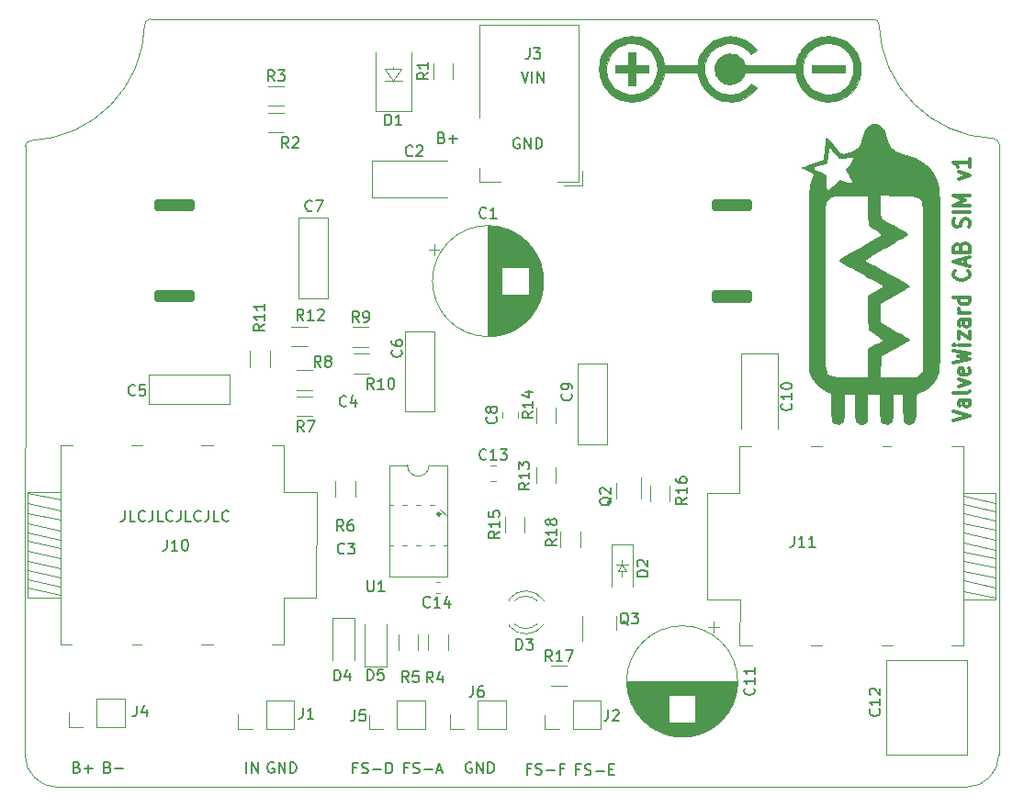
<source format=gbr>
%TF.GenerationSoftware,KiCad,Pcbnew,(6.0.0-0)*%
%TF.CreationDate,2022-01-31T16:21:44-05:00*%
%TF.ProjectId,Valve Wizard Cab Sim,56616c76-6520-4576-997a-617264204361,rev?*%
%TF.SameCoordinates,PX187ff90PY69be500*%
%TF.FileFunction,Legend,Top*%
%TF.FilePolarity,Positive*%
%FSLAX46Y46*%
G04 Gerber Fmt 4.6, Leading zero omitted, Abs format (unit mm)*
G04 Created by KiCad (PCBNEW (6.0.0-0)) date 2022-01-31 16:21:44*
%MOMM*%
%LPD*%
G01*
G04 APERTURE LIST*
%TA.AperFunction,Profile*%
%ADD10C,0.100000*%
%TD*%
%ADD11C,0.150000*%
%ADD12C,0.300000*%
%ADD13C,0.120000*%
%ADD14C,0.100000*%
%ADD15C,0.251050*%
%ADD16C,0.010000*%
%TA.AperFunction,Profile*%
%ADD17C,0.500000*%
%TD*%
G04 APERTURE END LIST*
D10*
X5360000Y11071320D02*
G75*
G03*
X8360000Y8071320I3000001J1D01*
G01*
X95150000Y67390000D02*
G75*
G03*
X94640000Y67900000I-510002J-2D01*
G01*
X5900624Y67700072D02*
G75*
G03*
X5390624Y67190072I2J-510002D01*
G01*
X5360000Y11071320D02*
X5390624Y67190072D01*
X16910624Y78900073D02*
G75*
G03*
X16400624Y78410696I-1J-510434D01*
G01*
X84098752Y78389376D02*
G75*
G03*
X83588752Y78899376I-510002J-2D01*
G01*
X92140000Y8071320D02*
X8360000Y8071320D01*
X5900624Y67700072D02*
G75*
G03*
X16400624Y78410696I-473508J10966267D01*
G01*
X92140000Y8071320D02*
G75*
G03*
X95140000Y11071320I-1J3000001D01*
G01*
X84098752Y78389376D02*
G75*
G03*
X94640000Y67900000I10950523J463299D01*
G01*
X95150000Y67390000D02*
X95140000Y11071320D01*
X16910624Y78900072D02*
X83588752Y78899376D01*
D11*
X25776190Y9397620D02*
X25776190Y10397620D01*
X26252380Y9397620D02*
X26252380Y10397620D01*
X26823809Y9397620D01*
X26823809Y10397620D01*
X28288095Y10350000D02*
X28192857Y10397620D01*
X28050000Y10397620D01*
X27907142Y10350000D01*
X27811904Y10254762D01*
X27764285Y10159524D01*
X27716666Y9969048D01*
X27716666Y9826191D01*
X27764285Y9635715D01*
X27811904Y9540477D01*
X27907142Y9445239D01*
X28050000Y9397620D01*
X28145238Y9397620D01*
X28288095Y9445239D01*
X28335714Y9492858D01*
X28335714Y9826191D01*
X28145238Y9826191D01*
X28764285Y9397620D02*
X28764285Y10397620D01*
X29335714Y9397620D01*
X29335714Y10397620D01*
X29811904Y9397620D02*
X29811904Y10397620D01*
X30050000Y10397620D01*
X30192857Y10350000D01*
X30288095Y10254762D01*
X30335714Y10159524D01*
X30383333Y9969048D01*
X30383333Y9826191D01*
X30335714Y9635715D01*
X30288095Y9540477D01*
X30192857Y9445239D01*
X30050000Y9397620D01*
X29811904Y9397620D01*
X51116761Y74055620D02*
X51450095Y73055620D01*
X51783428Y74055620D01*
X52116761Y73055620D02*
X52116761Y74055620D01*
X52592952Y73055620D02*
X52592952Y74055620D01*
X53164380Y73055620D01*
X53164380Y74055620D01*
X35947619Y9871429D02*
X35614285Y9871429D01*
X35614285Y9347620D02*
X35614285Y10347620D01*
X36090476Y10347620D01*
X36423809Y9395239D02*
X36566666Y9347620D01*
X36804761Y9347620D01*
X36900000Y9395239D01*
X36947619Y9442858D01*
X36995238Y9538096D01*
X36995238Y9633334D01*
X36947619Y9728572D01*
X36900000Y9776191D01*
X36804761Y9823810D01*
X36614285Y9871429D01*
X36519047Y9919048D01*
X36471428Y9966667D01*
X36423809Y10061905D01*
X36423809Y10157143D01*
X36471428Y10252381D01*
X36519047Y10300000D01*
X36614285Y10347620D01*
X36852380Y10347620D01*
X36995238Y10300000D01*
X37423809Y9728572D02*
X38185714Y9728572D01*
X38661904Y9347620D02*
X38661904Y10347620D01*
X38900000Y10347620D01*
X39042857Y10300000D01*
X39138095Y10204762D01*
X39185714Y10109524D01*
X39233333Y9919048D01*
X39233333Y9776191D01*
X39185714Y9585715D01*
X39138095Y9490477D01*
X39042857Y9395239D01*
X38900000Y9347620D01*
X38661904Y9347620D01*
X14570952Y33577620D02*
X14570952Y32863334D01*
X14523333Y32720477D01*
X14428095Y32625239D01*
X14285238Y32577620D01*
X14190000Y32577620D01*
X15523333Y32577620D02*
X15047142Y32577620D01*
X15047142Y33577620D01*
X16428095Y32672858D02*
X16380476Y32625239D01*
X16237619Y32577620D01*
X16142380Y32577620D01*
X15999523Y32625239D01*
X15904285Y32720477D01*
X15856666Y32815715D01*
X15809047Y33006191D01*
X15809047Y33149048D01*
X15856666Y33339524D01*
X15904285Y33434762D01*
X15999523Y33530000D01*
X16142380Y33577620D01*
X16237619Y33577620D01*
X16380476Y33530000D01*
X16428095Y33482381D01*
X17142380Y33577620D02*
X17142380Y32863334D01*
X17094761Y32720477D01*
X16999523Y32625239D01*
X16856666Y32577620D01*
X16761428Y32577620D01*
X18094761Y32577620D02*
X17618571Y32577620D01*
X17618571Y33577620D01*
X18999523Y32672858D02*
X18951904Y32625239D01*
X18809047Y32577620D01*
X18713809Y32577620D01*
X18570952Y32625239D01*
X18475714Y32720477D01*
X18428095Y32815715D01*
X18380476Y33006191D01*
X18380476Y33149048D01*
X18428095Y33339524D01*
X18475714Y33434762D01*
X18570952Y33530000D01*
X18713809Y33577620D01*
X18809047Y33577620D01*
X18951904Y33530000D01*
X18999523Y33482381D01*
X19713809Y33577620D02*
X19713809Y32863334D01*
X19666190Y32720477D01*
X19570952Y32625239D01*
X19428095Y32577620D01*
X19332857Y32577620D01*
X20666190Y32577620D02*
X20190000Y32577620D01*
X20190000Y33577620D01*
X21570952Y32672858D02*
X21523333Y32625239D01*
X21380476Y32577620D01*
X21285238Y32577620D01*
X21142380Y32625239D01*
X21047142Y32720477D01*
X20999523Y32815715D01*
X20951904Y33006191D01*
X20951904Y33149048D01*
X20999523Y33339524D01*
X21047142Y33434762D01*
X21142380Y33530000D01*
X21285238Y33577620D01*
X21380476Y33577620D01*
X21523333Y33530000D01*
X21570952Y33482381D01*
X22285238Y33577620D02*
X22285238Y32863334D01*
X22237619Y32720477D01*
X22142380Y32625239D01*
X21999523Y32577620D01*
X21904285Y32577620D01*
X23237619Y32577620D02*
X22761428Y32577620D01*
X22761428Y33577620D01*
X24142380Y32672858D02*
X24094761Y32625239D01*
X23951904Y32577620D01*
X23856666Y32577620D01*
X23713809Y32625239D01*
X23618571Y32720477D01*
X23570952Y32815715D01*
X23523333Y33006191D01*
X23523333Y33149048D01*
X23570952Y33339524D01*
X23618571Y33434762D01*
X23713809Y33530000D01*
X23856666Y33577620D01*
X23951904Y33577620D01*
X24094761Y33530000D01*
X24142380Y33482381D01*
X50661904Y20747620D02*
X50661904Y21747620D01*
X50900000Y21747620D01*
X51042857Y21700000D01*
X51138095Y21604762D01*
X51185714Y21509524D01*
X51233333Y21319048D01*
X51233333Y21176191D01*
X51185714Y20985715D01*
X51138095Y20890477D01*
X51042857Y20795239D01*
X50900000Y20747620D01*
X50661904Y20747620D01*
X51566666Y21747620D02*
X52185714Y21747620D01*
X51852380Y21366667D01*
X51995238Y21366667D01*
X52090476Y21319048D01*
X52138095Y21271429D01*
X52185714Y21176191D01*
X52185714Y20938096D01*
X52138095Y20842858D01*
X52090476Y20795239D01*
X51995238Y20747620D01*
X51709523Y20747620D01*
X51614285Y20795239D01*
X51566666Y20842858D01*
X50942095Y67912000D02*
X50846857Y67959620D01*
X50704000Y67959620D01*
X50561142Y67912000D01*
X50465904Y67816762D01*
X50418285Y67721524D01*
X50370666Y67531048D01*
X50370666Y67388191D01*
X50418285Y67197715D01*
X50465904Y67102477D01*
X50561142Y67007239D01*
X50704000Y66959620D01*
X50799238Y66959620D01*
X50942095Y67007239D01*
X50989714Y67054858D01*
X50989714Y67388191D01*
X50799238Y67388191D01*
X51418285Y66959620D02*
X51418285Y67959620D01*
X51989714Y66959620D01*
X51989714Y67959620D01*
X52465904Y66959620D02*
X52465904Y67959620D01*
X52704000Y67959620D01*
X52846857Y67912000D01*
X52942095Y67816762D01*
X52989714Y67721524D01*
X53037333Y67531048D01*
X53037333Y67388191D01*
X52989714Y67197715D01*
X52942095Y67102477D01*
X52846857Y67007239D01*
X52704000Y66959620D01*
X52465904Y66959620D01*
D12*
X90950571Y41867000D02*
X92450571Y42317000D01*
X90950571Y42767000D01*
X92450571Y43795572D02*
X91664857Y43795572D01*
X91522000Y43731286D01*
X91450571Y43602715D01*
X91450571Y43345572D01*
X91522000Y43217000D01*
X92379142Y43795572D02*
X92450571Y43667000D01*
X92450571Y43345572D01*
X92379142Y43217000D01*
X92236285Y43152715D01*
X92093428Y43152715D01*
X91950571Y43217000D01*
X91879142Y43345572D01*
X91879142Y43667000D01*
X91807714Y43795572D01*
X92450571Y44631286D02*
X92379142Y44502715D01*
X92236285Y44438429D01*
X90950571Y44438429D01*
X91450571Y45017000D02*
X92450571Y45338429D01*
X91450571Y45659858D01*
X92379142Y46688429D02*
X92450571Y46559858D01*
X92450571Y46302715D01*
X92379142Y46174143D01*
X92236285Y46109858D01*
X91664857Y46109858D01*
X91522000Y46174143D01*
X91450571Y46302715D01*
X91450571Y46559858D01*
X91522000Y46688429D01*
X91664857Y46752715D01*
X91807714Y46752715D01*
X91950571Y46109858D01*
X90950571Y47202715D02*
X92450571Y47524143D01*
X91379142Y47781286D01*
X92450571Y48038429D01*
X90950571Y48359858D01*
X92450571Y48874143D02*
X91450571Y48874143D01*
X90950571Y48874143D02*
X91022000Y48809858D01*
X91093428Y48874143D01*
X91022000Y48938429D01*
X90950571Y48874143D01*
X91093428Y48874143D01*
X91450571Y49388429D02*
X91450571Y50095572D01*
X92450571Y49388429D01*
X92450571Y50095572D01*
X92450571Y51188429D02*
X91664857Y51188429D01*
X91522000Y51124143D01*
X91450571Y50995572D01*
X91450571Y50738429D01*
X91522000Y50609858D01*
X92379142Y51188429D02*
X92450571Y51059858D01*
X92450571Y50738429D01*
X92379142Y50609858D01*
X92236285Y50545572D01*
X92093428Y50545572D01*
X91950571Y50609858D01*
X91879142Y50738429D01*
X91879142Y51059858D01*
X91807714Y51188429D01*
X92450571Y51831286D02*
X91450571Y51831286D01*
X91736285Y51831286D02*
X91593428Y51895572D01*
X91522000Y51959858D01*
X91450571Y52088429D01*
X91450571Y52217000D01*
X92450571Y53245572D02*
X90950571Y53245572D01*
X92379142Y53245572D02*
X92450571Y53117000D01*
X92450571Y52859858D01*
X92379142Y52731286D01*
X92307714Y52667000D01*
X92164857Y52602715D01*
X91736285Y52602715D01*
X91593428Y52667000D01*
X91522000Y52731286D01*
X91450571Y52859858D01*
X91450571Y53117000D01*
X91522000Y53245572D01*
X92307714Y55688429D02*
X92379142Y55624143D01*
X92450571Y55431286D01*
X92450571Y55302715D01*
X92379142Y55109858D01*
X92236285Y54981286D01*
X92093428Y54917000D01*
X91807714Y54852715D01*
X91593428Y54852715D01*
X91307714Y54917000D01*
X91164857Y54981286D01*
X91022000Y55109858D01*
X90950571Y55302715D01*
X90950571Y55431286D01*
X91022000Y55624143D01*
X91093428Y55688429D01*
X92022000Y56202715D02*
X92022000Y56845572D01*
X92450571Y56074143D02*
X90950571Y56524143D01*
X92450571Y56974143D01*
X91664857Y57874143D02*
X91736285Y58067000D01*
X91807714Y58131286D01*
X91950571Y58195572D01*
X92164857Y58195572D01*
X92307714Y58131286D01*
X92379142Y58067000D01*
X92450571Y57938429D01*
X92450571Y57424143D01*
X90950571Y57424143D01*
X90950571Y57874143D01*
X91022000Y58002715D01*
X91093428Y58067000D01*
X91236285Y58131286D01*
X91379142Y58131286D01*
X91522000Y58067000D01*
X91593428Y58002715D01*
X91664857Y57874143D01*
X91664857Y57424143D01*
X92379142Y59738429D02*
X92450571Y59931286D01*
X92450571Y60252715D01*
X92379142Y60381286D01*
X92307714Y60445572D01*
X92164857Y60509858D01*
X92022000Y60509858D01*
X91879142Y60445572D01*
X91807714Y60381286D01*
X91736285Y60252715D01*
X91664857Y59995572D01*
X91593428Y59867000D01*
X91522000Y59802715D01*
X91379142Y59738429D01*
X91236285Y59738429D01*
X91093428Y59802715D01*
X91022000Y59867000D01*
X90950571Y59995572D01*
X90950571Y60317000D01*
X91022000Y60509858D01*
X92450571Y61088429D02*
X90950571Y61088429D01*
X92450571Y61731286D02*
X90950571Y61731286D01*
X92022000Y62181286D01*
X90950571Y62631286D01*
X92450571Y62631286D01*
X91450571Y64174143D02*
X92450571Y64495572D01*
X91450571Y64817000D01*
X92450571Y66038429D02*
X92450571Y65267000D01*
X92450571Y65652715D02*
X90950571Y65652715D01*
X91164857Y65524143D01*
X91307714Y65395572D01*
X91379142Y65267000D01*
D11*
X46538095Y10350000D02*
X46442857Y10397620D01*
X46300000Y10397620D01*
X46157142Y10350000D01*
X46061904Y10254762D01*
X46014285Y10159524D01*
X45966666Y9969048D01*
X45966666Y9826191D01*
X46014285Y9635715D01*
X46061904Y9540477D01*
X46157142Y9445239D01*
X46300000Y9397620D01*
X46395238Y9397620D01*
X46538095Y9445239D01*
X46585714Y9492858D01*
X46585714Y9826191D01*
X46395238Y9826191D01*
X47014285Y9397620D02*
X47014285Y10397620D01*
X47585714Y9397620D01*
X47585714Y10397620D01*
X48061904Y9397620D02*
X48061904Y10397620D01*
X48300000Y10397620D01*
X48442857Y10350000D01*
X48538095Y10254762D01*
X48585714Y10159524D01*
X48633333Y9969048D01*
X48633333Y9826191D01*
X48585714Y9635715D01*
X48538095Y9540477D01*
X48442857Y9445239D01*
X48300000Y9397620D01*
X48061904Y9397620D01*
X51969047Y9771429D02*
X51635714Y9771429D01*
X51635714Y9247620D02*
X51635714Y10247620D01*
X52111904Y10247620D01*
X52445238Y9295239D02*
X52588095Y9247620D01*
X52826190Y9247620D01*
X52921428Y9295239D01*
X52969047Y9342858D01*
X53016666Y9438096D01*
X53016666Y9533334D01*
X52969047Y9628572D01*
X52921428Y9676191D01*
X52826190Y9723810D01*
X52635714Y9771429D01*
X52540476Y9819048D01*
X52492857Y9866667D01*
X52445238Y9961905D01*
X52445238Y10057143D01*
X52492857Y10152381D01*
X52540476Y10200000D01*
X52635714Y10247620D01*
X52873809Y10247620D01*
X53016666Y10200000D01*
X53445238Y9628572D02*
X54207142Y9628572D01*
X55016666Y9771429D02*
X54683333Y9771429D01*
X54683333Y9247620D02*
X54683333Y10247620D01*
X55159523Y10247620D01*
X13002380Y9921429D02*
X13145238Y9873810D01*
X13192857Y9826191D01*
X13240476Y9730953D01*
X13240476Y9588096D01*
X13192857Y9492858D01*
X13145238Y9445239D01*
X13050000Y9397620D01*
X12669047Y9397620D01*
X12669047Y10397620D01*
X13002380Y10397620D01*
X13097619Y10350000D01*
X13145238Y10302381D01*
X13192857Y10207143D01*
X13192857Y10111905D01*
X13145238Y10016667D01*
X13097619Y9969048D01*
X13002380Y9921429D01*
X12669047Y9921429D01*
X13669047Y9778572D02*
X14430952Y9778572D01*
X10152380Y9921429D02*
X10295238Y9873810D01*
X10342857Y9826191D01*
X10390476Y9730953D01*
X10390476Y9588096D01*
X10342857Y9492858D01*
X10295238Y9445239D01*
X10200000Y9397620D01*
X9819047Y9397620D01*
X9819047Y10397620D01*
X10152380Y10397620D01*
X10247619Y10350000D01*
X10295238Y10302381D01*
X10342857Y10207143D01*
X10342857Y10111905D01*
X10295238Y10016667D01*
X10247619Y9969048D01*
X10152380Y9921429D01*
X9819047Y9921429D01*
X10819047Y9778572D02*
X11580952Y9778572D01*
X11200000Y9397620D02*
X11200000Y10159524D01*
X43790380Y67991429D02*
X43933238Y67943810D01*
X43980857Y67896191D01*
X44028476Y67800953D01*
X44028476Y67658096D01*
X43980857Y67562858D01*
X43933238Y67515239D01*
X43838000Y67467620D01*
X43457047Y67467620D01*
X43457047Y68467620D01*
X43790380Y68467620D01*
X43885619Y68420000D01*
X43933238Y68372381D01*
X43980857Y68277143D01*
X43980857Y68181905D01*
X43933238Y68086667D01*
X43885619Y68039048D01*
X43790380Y67991429D01*
X43457047Y67991429D01*
X44457047Y67848572D02*
X45218952Y67848572D01*
X44838000Y67467620D02*
X44838000Y68229524D01*
X40669047Y9871429D02*
X40335714Y9871429D01*
X40335714Y9347620D02*
X40335714Y10347620D01*
X40811904Y10347620D01*
X41145238Y9395239D02*
X41288095Y9347620D01*
X41526190Y9347620D01*
X41621428Y9395239D01*
X41669047Y9442858D01*
X41716666Y9538096D01*
X41716666Y9633334D01*
X41669047Y9728572D01*
X41621428Y9776191D01*
X41526190Y9823810D01*
X41335714Y9871429D01*
X41240476Y9919048D01*
X41192857Y9966667D01*
X41145238Y10061905D01*
X41145238Y10157143D01*
X41192857Y10252381D01*
X41240476Y10300000D01*
X41335714Y10347620D01*
X41573809Y10347620D01*
X41716666Y10300000D01*
X42145238Y9728572D02*
X42907142Y9728572D01*
X43335714Y9633334D02*
X43811904Y9633334D01*
X43240476Y9347620D02*
X43573809Y10347620D01*
X43907142Y9347620D01*
X56495238Y9721429D02*
X56161904Y9721429D01*
X56161904Y9197620D02*
X56161904Y10197620D01*
X56638095Y10197620D01*
X56971428Y9245239D02*
X57114285Y9197620D01*
X57352380Y9197620D01*
X57447619Y9245239D01*
X57495238Y9292858D01*
X57542857Y9388096D01*
X57542857Y9483334D01*
X57495238Y9578572D01*
X57447619Y9626191D01*
X57352380Y9673810D01*
X57161904Y9721429D01*
X57066666Y9769048D01*
X57019047Y9816667D01*
X56971428Y9911905D01*
X56971428Y10007143D01*
X57019047Y10102381D01*
X57066666Y10150000D01*
X57161904Y10197620D01*
X57400000Y10197620D01*
X57542857Y10150000D01*
X57971428Y9578572D02*
X58733333Y9578572D01*
X59209523Y9721429D02*
X59542857Y9721429D01*
X59685714Y9197620D02*
X59209523Y9197620D01*
X59209523Y10197620D01*
X59685714Y10197620D01*
%TO.C,R17*%
X53957142Y19697620D02*
X53623809Y20173810D01*
X53385714Y19697620D02*
X53385714Y20697620D01*
X53766666Y20697620D01*
X53861904Y20650000D01*
X53909523Y20602381D01*
X53957142Y20507143D01*
X53957142Y20364286D01*
X53909523Y20269048D01*
X53861904Y20221429D01*
X53766666Y20173810D01*
X53385714Y20173810D01*
X54909523Y19697620D02*
X54338095Y19697620D01*
X54623809Y19697620D02*
X54623809Y20697620D01*
X54528571Y20554762D01*
X54433333Y20459524D01*
X54338095Y20411905D01*
X55242857Y20697620D02*
X55909523Y20697620D01*
X55480952Y19697620D01*
%TO.C,R4*%
X42973333Y17722620D02*
X42640000Y18198810D01*
X42401904Y17722620D02*
X42401904Y18722620D01*
X42782857Y18722620D01*
X42878095Y18675000D01*
X42925714Y18627381D01*
X42973333Y18532143D01*
X42973333Y18389286D01*
X42925714Y18294048D01*
X42878095Y18246429D01*
X42782857Y18198810D01*
X42401904Y18198810D01*
X43830476Y18389286D02*
X43830476Y17722620D01*
X43592380Y18770239D02*
X43354285Y18055953D01*
X43973333Y18055953D01*
%TO.C,R10*%
X37517142Y44798620D02*
X37183809Y45274810D01*
X36945714Y44798620D02*
X36945714Y45798620D01*
X37326666Y45798620D01*
X37421904Y45751000D01*
X37469523Y45703381D01*
X37517142Y45608143D01*
X37517142Y45465286D01*
X37469523Y45370048D01*
X37421904Y45322429D01*
X37326666Y45274810D01*
X36945714Y45274810D01*
X38469523Y44798620D02*
X37898095Y44798620D01*
X38183809Y44798620D02*
X38183809Y45798620D01*
X38088571Y45655762D01*
X37993333Y45560524D01*
X37898095Y45512905D01*
X39088571Y45798620D02*
X39183809Y45798620D01*
X39279047Y45751000D01*
X39326666Y45703381D01*
X39374285Y45608143D01*
X39421904Y45417667D01*
X39421904Y45179572D01*
X39374285Y44989096D01*
X39326666Y44893858D01*
X39279047Y44846239D01*
X39183809Y44798620D01*
X39088571Y44798620D01*
X38993333Y44846239D01*
X38945714Y44893858D01*
X38898095Y44989096D01*
X38850476Y45179572D01*
X38850476Y45417667D01*
X38898095Y45608143D01*
X38945714Y45703381D01*
X38993333Y45751000D01*
X39088571Y45798620D01*
%TO.C,C6*%
X40037142Y48383334D02*
X40084761Y48335715D01*
X40132380Y48192858D01*
X40132380Y48097620D01*
X40084761Y47954762D01*
X39989523Y47859524D01*
X39894285Y47811905D01*
X39703809Y47764286D01*
X39560952Y47764286D01*
X39370476Y47811905D01*
X39275238Y47859524D01*
X39180000Y47954762D01*
X39132380Y48097620D01*
X39132380Y48192858D01*
X39180000Y48335715D01*
X39227619Y48383334D01*
X39132380Y49240477D02*
X39132380Y49050000D01*
X39180000Y48954762D01*
X39227619Y48907143D01*
X39370476Y48811905D01*
X39560952Y48764286D01*
X39941904Y48764286D01*
X40037142Y48811905D01*
X40084761Y48859524D01*
X40132380Y48954762D01*
X40132380Y49145239D01*
X40084761Y49240477D01*
X40037142Y49288096D01*
X39941904Y49335715D01*
X39703809Y49335715D01*
X39608571Y49288096D01*
X39560952Y49240477D01*
X39513333Y49145239D01*
X39513333Y48954762D01*
X39560952Y48859524D01*
X39608571Y48811905D01*
X39703809Y48764286D01*
%TO.C,C14*%
X42692142Y24747858D02*
X42644523Y24700239D01*
X42501666Y24652620D01*
X42406428Y24652620D01*
X42263571Y24700239D01*
X42168333Y24795477D01*
X42120714Y24890715D01*
X42073095Y25081191D01*
X42073095Y25224048D01*
X42120714Y25414524D01*
X42168333Y25509762D01*
X42263571Y25605000D01*
X42406428Y25652620D01*
X42501666Y25652620D01*
X42644523Y25605000D01*
X42692142Y25557381D01*
X43644523Y24652620D02*
X43073095Y24652620D01*
X43358809Y24652620D02*
X43358809Y25652620D01*
X43263571Y25509762D01*
X43168333Y25414524D01*
X43073095Y25366905D01*
X44501666Y25319286D02*
X44501666Y24652620D01*
X44263571Y25700239D02*
X44025476Y24985953D01*
X44644523Y24985953D01*
%TO.C,J5*%
X35766666Y15197620D02*
X35766666Y14483334D01*
X35719047Y14340477D01*
X35623809Y14245239D01*
X35480952Y14197620D01*
X35385714Y14197620D01*
X36719047Y15197620D02*
X36242857Y15197620D01*
X36195238Y14721429D01*
X36242857Y14769048D01*
X36338095Y14816667D01*
X36576190Y14816667D01*
X36671428Y14769048D01*
X36719047Y14721429D01*
X36766666Y14626191D01*
X36766666Y14388096D01*
X36719047Y14292858D01*
X36671428Y14245239D01*
X36576190Y14197620D01*
X36338095Y14197620D01*
X36242857Y14245239D01*
X36195238Y14292858D01*
%TO.C,R2*%
X29665333Y67023620D02*
X29332000Y67499810D01*
X29093904Y67023620D02*
X29093904Y68023620D01*
X29474857Y68023620D01*
X29570095Y67976000D01*
X29617714Y67928381D01*
X29665333Y67833143D01*
X29665333Y67690286D01*
X29617714Y67595048D01*
X29570095Y67547429D01*
X29474857Y67499810D01*
X29093904Y67499810D01*
X30046285Y67928381D02*
X30093904Y67976000D01*
X30189142Y68023620D01*
X30427238Y68023620D01*
X30522476Y67976000D01*
X30570095Y67928381D01*
X30617714Y67833143D01*
X30617714Y67737905D01*
X30570095Y67595048D01*
X29998666Y67023620D01*
X30617714Y67023620D01*
%TO.C,R1*%
X42542380Y73963334D02*
X42066190Y73630000D01*
X42542380Y73391905D02*
X41542380Y73391905D01*
X41542380Y73772858D01*
X41590000Y73868096D01*
X41637619Y73915715D01*
X41732857Y73963334D01*
X41875714Y73963334D01*
X41970952Y73915715D01*
X42018571Y73868096D01*
X42066190Y73772858D01*
X42066190Y73391905D01*
X42542380Y74915715D02*
X42542380Y74344286D01*
X42542380Y74630000D02*
X41542380Y74630000D01*
X41685238Y74534762D01*
X41780476Y74439524D01*
X41828095Y74344286D01*
%TO.C,D5*%
X36921904Y17952620D02*
X36921904Y18952620D01*
X37160000Y18952620D01*
X37302857Y18905000D01*
X37398095Y18809762D01*
X37445714Y18714524D01*
X37493333Y18524048D01*
X37493333Y18381191D01*
X37445714Y18190715D01*
X37398095Y18095477D01*
X37302857Y18000239D01*
X37160000Y17952620D01*
X36921904Y17952620D01*
X38398095Y18952620D02*
X37921904Y18952620D01*
X37874285Y18476429D01*
X37921904Y18524048D01*
X38017142Y18571667D01*
X38255238Y18571667D01*
X38350476Y18524048D01*
X38398095Y18476429D01*
X38445714Y18381191D01*
X38445714Y18143096D01*
X38398095Y18047858D01*
X38350476Y18000239D01*
X38255238Y17952620D01*
X38017142Y17952620D01*
X37921904Y18000239D01*
X37874285Y18047858D01*
%TO.C,C9*%
X55717142Y44363334D02*
X55764761Y44315715D01*
X55812380Y44172858D01*
X55812380Y44077620D01*
X55764761Y43934762D01*
X55669523Y43839524D01*
X55574285Y43791905D01*
X55383809Y43744286D01*
X55240952Y43744286D01*
X55050476Y43791905D01*
X54955238Y43839524D01*
X54860000Y43934762D01*
X54812380Y44077620D01*
X54812380Y44172858D01*
X54860000Y44315715D01*
X54907619Y44363334D01*
X55812380Y44839524D02*
X55812380Y45030000D01*
X55764761Y45125239D01*
X55717142Y45172858D01*
X55574285Y45268096D01*
X55383809Y45315715D01*
X55002857Y45315715D01*
X54907619Y45268096D01*
X54860000Y45220477D01*
X54812380Y45125239D01*
X54812380Y44934762D01*
X54860000Y44839524D01*
X54907619Y44791905D01*
X55002857Y44744286D01*
X55240952Y44744286D01*
X55336190Y44791905D01*
X55383809Y44839524D01*
X55431428Y44934762D01*
X55431428Y45125239D01*
X55383809Y45220477D01*
X55336190Y45268096D01*
X55240952Y45315715D01*
%TO.C,C1*%
X47883333Y60642858D02*
X47835714Y60595239D01*
X47692857Y60547620D01*
X47597619Y60547620D01*
X47454761Y60595239D01*
X47359523Y60690477D01*
X47311904Y60785715D01*
X47264285Y60976191D01*
X47264285Y61119048D01*
X47311904Y61309524D01*
X47359523Y61404762D01*
X47454761Y61500000D01*
X47597619Y61547620D01*
X47692857Y61547620D01*
X47835714Y61500000D01*
X47883333Y61452381D01*
X48835714Y60547620D02*
X48264285Y60547620D01*
X48550000Y60547620D02*
X48550000Y61547620D01*
X48454761Y61404762D01*
X48359523Y61309524D01*
X48264285Y61261905D01*
%TO.C,R5*%
X40723333Y17772620D02*
X40390000Y18248810D01*
X40151904Y17772620D02*
X40151904Y18772620D01*
X40532857Y18772620D01*
X40628095Y18725000D01*
X40675714Y18677381D01*
X40723333Y18582143D01*
X40723333Y18439286D01*
X40675714Y18344048D01*
X40628095Y18296429D01*
X40532857Y18248810D01*
X40151904Y18248810D01*
X41628095Y18772620D02*
X41151904Y18772620D01*
X41104285Y18296429D01*
X41151904Y18344048D01*
X41247142Y18391667D01*
X41485238Y18391667D01*
X41580476Y18344048D01*
X41628095Y18296429D01*
X41675714Y18201191D01*
X41675714Y17963096D01*
X41628095Y17867858D01*
X41580476Y17820239D01*
X41485238Y17772620D01*
X41247142Y17772620D01*
X41151904Y17820239D01*
X41104285Y17867858D01*
%TO.C,R12*%
X31032422Y51142900D02*
X30699089Y51619090D01*
X30460994Y51142900D02*
X30460994Y52142900D01*
X30841946Y52142900D01*
X30937184Y52095280D01*
X30984803Y52047661D01*
X31032422Y51952423D01*
X31032422Y51809566D01*
X30984803Y51714328D01*
X30937184Y51666709D01*
X30841946Y51619090D01*
X30460994Y51619090D01*
X31984803Y51142900D02*
X31413375Y51142900D01*
X31699089Y51142900D02*
X31699089Y52142900D01*
X31603851Y52000042D01*
X31508613Y51904804D01*
X31413375Y51857185D01*
X32365756Y52047661D02*
X32413375Y52095280D01*
X32508613Y52142900D01*
X32746708Y52142900D01*
X32841946Y52095280D01*
X32889565Y52047661D01*
X32937184Y51952423D01*
X32937184Y51857185D01*
X32889565Y51714328D01*
X32318137Y51142900D01*
X32937184Y51142900D01*
%TO.C,J4*%
X15666666Y15597620D02*
X15666666Y14883334D01*
X15619047Y14740477D01*
X15523809Y14645239D01*
X15380952Y14597620D01*
X15285714Y14597620D01*
X16571428Y15264286D02*
X16571428Y14597620D01*
X16333333Y15645239D02*
X16095238Y14930953D01*
X16714285Y14930953D01*
%TO.C,R14*%
X52197660Y42701863D02*
X51721470Y42368530D01*
X52197660Y42130435D02*
X51197660Y42130435D01*
X51197660Y42511387D01*
X51245280Y42606625D01*
X51292899Y42654244D01*
X51388137Y42701863D01*
X51530994Y42701863D01*
X51626232Y42654244D01*
X51673851Y42606625D01*
X51721470Y42511387D01*
X51721470Y42130435D01*
X52197660Y43654244D02*
X52197660Y43082816D01*
X52197660Y43368530D02*
X51197660Y43368530D01*
X51340518Y43273292D01*
X51435756Y43178054D01*
X51483375Y43082816D01*
X51530994Y44511387D02*
X52197660Y44511387D01*
X51150041Y44273292D02*
X51864327Y44035197D01*
X51864327Y44654244D01*
%TO.C,C2*%
X41088333Y66353858D02*
X41040714Y66306239D01*
X40897857Y66258620D01*
X40802619Y66258620D01*
X40659761Y66306239D01*
X40564523Y66401477D01*
X40516904Y66496715D01*
X40469285Y66687191D01*
X40469285Y66830048D01*
X40516904Y67020524D01*
X40564523Y67115762D01*
X40659761Y67211000D01*
X40802619Y67258620D01*
X40897857Y67258620D01*
X41040714Y67211000D01*
X41088333Y67163381D01*
X41469285Y67163381D02*
X41516904Y67211000D01*
X41612142Y67258620D01*
X41850238Y67258620D01*
X41945476Y67211000D01*
X41993095Y67163381D01*
X42040714Y67068143D01*
X42040714Y66972905D01*
X41993095Y66830048D01*
X41421666Y66258620D01*
X42040714Y66258620D01*
%TO.C,R6*%
X34723333Y31707620D02*
X34390000Y32183810D01*
X34151904Y31707620D02*
X34151904Y32707620D01*
X34532857Y32707620D01*
X34628095Y32660000D01*
X34675714Y32612381D01*
X34723333Y32517143D01*
X34723333Y32374286D01*
X34675714Y32279048D01*
X34628095Y32231429D01*
X34532857Y32183810D01*
X34151904Y32183810D01*
X35580476Y32707620D02*
X35390000Y32707620D01*
X35294761Y32660000D01*
X35247142Y32612381D01*
X35151904Y32469524D01*
X35104285Y32279048D01*
X35104285Y31898096D01*
X35151904Y31802858D01*
X35199523Y31755239D01*
X35294761Y31707620D01*
X35485238Y31707620D01*
X35580476Y31755239D01*
X35628095Y31802858D01*
X35675714Y31898096D01*
X35675714Y32136191D01*
X35628095Y32231429D01*
X35580476Y32279048D01*
X35485238Y32326667D01*
X35294761Y32326667D01*
X35199523Y32279048D01*
X35151904Y32231429D01*
X35104285Y32136191D01*
%TO.C,D2*%
X62790380Y27515905D02*
X61790380Y27515905D01*
X61790380Y27754000D01*
X61838000Y27896858D01*
X61933238Y27992096D01*
X62028476Y28039715D01*
X62218952Y28087334D01*
X62361809Y28087334D01*
X62552285Y28039715D01*
X62647523Y27992096D01*
X62742761Y27896858D01*
X62790380Y27754000D01*
X62790380Y27515905D01*
X61885619Y28468286D02*
X61838000Y28515905D01*
X61790380Y28611143D01*
X61790380Y28849239D01*
X61838000Y28944477D01*
X61885619Y28992096D01*
X61980857Y29039715D01*
X62076095Y29039715D01*
X62218952Y28992096D01*
X62790380Y28420667D01*
X62790380Y29039715D01*
%TO.C,J2*%
X59116666Y15197620D02*
X59116666Y14483334D01*
X59069047Y14340477D01*
X58973809Y14245239D01*
X58830952Y14197620D01*
X58735714Y14197620D01*
X59545238Y15102381D02*
X59592857Y15150000D01*
X59688095Y15197620D01*
X59926190Y15197620D01*
X60021428Y15150000D01*
X60069047Y15102381D01*
X60116666Y15007143D01*
X60116666Y14911905D01*
X60069047Y14769048D01*
X59497619Y14197620D01*
X60116666Y14197620D01*
%TO.C,C8*%
X48777142Y42223334D02*
X48824761Y42175715D01*
X48872380Y42032858D01*
X48872380Y41937620D01*
X48824761Y41794762D01*
X48729523Y41699524D01*
X48634285Y41651905D01*
X48443809Y41604286D01*
X48300952Y41604286D01*
X48110476Y41651905D01*
X48015238Y41699524D01*
X47920000Y41794762D01*
X47872380Y41937620D01*
X47872380Y42032858D01*
X47920000Y42175715D01*
X47967619Y42223334D01*
X48300952Y42794762D02*
X48253333Y42699524D01*
X48205714Y42651905D01*
X48110476Y42604286D01*
X48062857Y42604286D01*
X47967619Y42651905D01*
X47920000Y42699524D01*
X47872380Y42794762D01*
X47872380Y42985239D01*
X47920000Y43080477D01*
X47967619Y43128096D01*
X48062857Y43175715D01*
X48110476Y43175715D01*
X48205714Y43128096D01*
X48253333Y43080477D01*
X48300952Y42985239D01*
X48300952Y42794762D01*
X48348571Y42699524D01*
X48396190Y42651905D01*
X48491428Y42604286D01*
X48681904Y42604286D01*
X48777142Y42651905D01*
X48824761Y42699524D01*
X48872380Y42794762D01*
X48872380Y42985239D01*
X48824761Y43080477D01*
X48777142Y43128096D01*
X48681904Y43175715D01*
X48491428Y43175715D01*
X48396190Y43128096D01*
X48348571Y43080477D01*
X48300952Y42985239D01*
%TO.C,R7*%
X31064333Y40861620D02*
X30731000Y41337810D01*
X30492904Y40861620D02*
X30492904Y41861620D01*
X30873857Y41861620D01*
X30969095Y41814000D01*
X31016714Y41766381D01*
X31064333Y41671143D01*
X31064333Y41528286D01*
X31016714Y41433048D01*
X30969095Y41385429D01*
X30873857Y41337810D01*
X30492904Y41337810D01*
X31397666Y41861620D02*
X32064333Y41861620D01*
X31635761Y40861620D01*
%TO.C,R18*%
X54387380Y30933143D02*
X53911190Y30599810D01*
X54387380Y30361715D02*
X53387380Y30361715D01*
X53387380Y30742667D01*
X53435000Y30837905D01*
X53482619Y30885524D01*
X53577857Y30933143D01*
X53720714Y30933143D01*
X53815952Y30885524D01*
X53863571Y30837905D01*
X53911190Y30742667D01*
X53911190Y30361715D01*
X54387380Y31885524D02*
X54387380Y31314096D01*
X54387380Y31599810D02*
X53387380Y31599810D01*
X53530238Y31504572D01*
X53625476Y31409334D01*
X53673095Y31314096D01*
X53815952Y32456953D02*
X53768333Y32361715D01*
X53720714Y32314096D01*
X53625476Y32266477D01*
X53577857Y32266477D01*
X53482619Y32314096D01*
X53435000Y32361715D01*
X53387380Y32456953D01*
X53387380Y32647429D01*
X53435000Y32742667D01*
X53482619Y32790286D01*
X53577857Y32837905D01*
X53625476Y32837905D01*
X53720714Y32790286D01*
X53768333Y32742667D01*
X53815952Y32647429D01*
X53815952Y32456953D01*
X53863571Y32361715D01*
X53911190Y32314096D01*
X54006428Y32266477D01*
X54196904Y32266477D01*
X54292142Y32314096D01*
X54339761Y32361715D01*
X54387380Y32456953D01*
X54387380Y32647429D01*
X54339761Y32742667D01*
X54292142Y32790286D01*
X54196904Y32837905D01*
X54006428Y32837905D01*
X53911190Y32790286D01*
X53863571Y32742667D01*
X53815952Y32647429D01*
%TO.C,R3*%
X28343333Y73197620D02*
X28010000Y73673810D01*
X27771904Y73197620D02*
X27771904Y74197620D01*
X28152857Y74197620D01*
X28248095Y74150000D01*
X28295714Y74102381D01*
X28343333Y74007143D01*
X28343333Y73864286D01*
X28295714Y73769048D01*
X28248095Y73721429D01*
X28152857Y73673810D01*
X27771904Y73673810D01*
X28676666Y74197620D02*
X29295714Y74197620D01*
X28962380Y73816667D01*
X29105238Y73816667D01*
X29200476Y73769048D01*
X29248095Y73721429D01*
X29295714Y73626191D01*
X29295714Y73388096D01*
X29248095Y73292858D01*
X29200476Y73245239D01*
X29105238Y73197620D01*
X28819523Y73197620D01*
X28724285Y73245239D01*
X28676666Y73292858D01*
%TO.C,Q3*%
X60985761Y23050381D02*
X60890523Y23098000D01*
X60795285Y23193239D01*
X60652428Y23336096D01*
X60557190Y23383715D01*
X60461952Y23383715D01*
X60509571Y23145620D02*
X60414333Y23193239D01*
X60319095Y23288477D01*
X60271476Y23478953D01*
X60271476Y23812286D01*
X60319095Y24002762D01*
X60414333Y24098000D01*
X60509571Y24145620D01*
X60700047Y24145620D01*
X60795285Y24098000D01*
X60890523Y24002762D01*
X60938142Y23812286D01*
X60938142Y23478953D01*
X60890523Y23288477D01*
X60795285Y23193239D01*
X60700047Y23145620D01*
X60509571Y23145620D01*
X61271476Y24145620D02*
X61890523Y24145620D01*
X61557190Y23764667D01*
X61700047Y23764667D01*
X61795285Y23717048D01*
X61842904Y23669429D01*
X61890523Y23574191D01*
X61890523Y23336096D01*
X61842904Y23240858D01*
X61795285Y23193239D01*
X61700047Y23145620D01*
X61414333Y23145620D01*
X61319095Y23193239D01*
X61271476Y23240858D01*
%TO.C,C4*%
X34993333Y43272858D02*
X34945714Y43225239D01*
X34802857Y43177620D01*
X34707619Y43177620D01*
X34564761Y43225239D01*
X34469523Y43320477D01*
X34421904Y43415715D01*
X34374285Y43606191D01*
X34374285Y43749048D01*
X34421904Y43939524D01*
X34469523Y44034762D01*
X34564761Y44130000D01*
X34707619Y44177620D01*
X34802857Y44177620D01*
X34945714Y44130000D01*
X34993333Y44082381D01*
X35850476Y43844286D02*
X35850476Y43177620D01*
X35612380Y44225239D02*
X35374285Y43510953D01*
X35993333Y43510953D01*
%TO.C,U1*%
X36944095Y27129620D02*
X36944095Y26320096D01*
X36991714Y26224858D01*
X37039333Y26177239D01*
X37134571Y26129620D01*
X37325047Y26129620D01*
X37420285Y26177239D01*
X37467904Y26224858D01*
X37515523Y26320096D01*
X37515523Y27129620D01*
X38515523Y26129620D02*
X37944095Y26129620D01*
X38229809Y26129620D02*
X38229809Y27129620D01*
X38134571Y26986762D01*
X38039333Y26891524D01*
X37944095Y26843905D01*
%TO.C,R9*%
X36153333Y50957620D02*
X35820000Y51433810D01*
X35581904Y50957620D02*
X35581904Y51957620D01*
X35962857Y51957620D01*
X36058095Y51910000D01*
X36105714Y51862381D01*
X36153333Y51767143D01*
X36153333Y51624286D01*
X36105714Y51529048D01*
X36058095Y51481429D01*
X35962857Y51433810D01*
X35581904Y51433810D01*
X36629523Y50957620D02*
X36820000Y50957620D01*
X36915238Y51005239D01*
X36962857Y51052858D01*
X37058095Y51195715D01*
X37105714Y51386191D01*
X37105714Y51767143D01*
X37058095Y51862381D01*
X37010476Y51910000D01*
X36915238Y51957620D01*
X36724761Y51957620D01*
X36629523Y51910000D01*
X36581904Y51862381D01*
X36534285Y51767143D01*
X36534285Y51529048D01*
X36581904Y51433810D01*
X36629523Y51386191D01*
X36724761Y51338572D01*
X36915238Y51338572D01*
X37010476Y51386191D01*
X37058095Y51433810D01*
X37105714Y51529048D01*
%TO.C,J11*%
X76264476Y31241620D02*
X76264476Y30527334D01*
X76216857Y30384477D01*
X76121619Y30289239D01*
X75978761Y30241620D01*
X75883523Y30241620D01*
X77264476Y30241620D02*
X76693047Y30241620D01*
X76978761Y30241620D02*
X76978761Y31241620D01*
X76883523Y31098762D01*
X76788285Y31003524D01*
X76693047Y30955905D01*
X78216857Y30241620D02*
X77645428Y30241620D01*
X77931142Y30241620D02*
X77931142Y31241620D01*
X77835904Y31098762D01*
X77740666Y31003524D01*
X77645428Y30955905D01*
%TO.C,C12*%
X84117142Y15272143D02*
X84164761Y15224524D01*
X84212380Y15081667D01*
X84212380Y14986429D01*
X84164761Y14843572D01*
X84069523Y14748334D01*
X83974285Y14700715D01*
X83783809Y14653096D01*
X83640952Y14653096D01*
X83450476Y14700715D01*
X83355238Y14748334D01*
X83260000Y14843572D01*
X83212380Y14986429D01*
X83212380Y15081667D01*
X83260000Y15224524D01*
X83307619Y15272143D01*
X84212380Y16224524D02*
X84212380Y15653096D01*
X84212380Y15938810D02*
X83212380Y15938810D01*
X83355238Y15843572D01*
X83450476Y15748334D01*
X83498095Y15653096D01*
X83307619Y16605477D02*
X83260000Y16653096D01*
X83212380Y16748334D01*
X83212380Y16986429D01*
X83260000Y17081667D01*
X83307619Y17129286D01*
X83402857Y17176905D01*
X83498095Y17176905D01*
X83640952Y17129286D01*
X84212380Y16557858D01*
X84212380Y17176905D01*
%TO.C,R8*%
X32644333Y46828620D02*
X32311000Y47304810D01*
X32072904Y46828620D02*
X32072904Y47828620D01*
X32453857Y47828620D01*
X32549095Y47781000D01*
X32596714Y47733381D01*
X32644333Y47638143D01*
X32644333Y47495286D01*
X32596714Y47400048D01*
X32549095Y47352429D01*
X32453857Y47304810D01*
X32072904Y47304810D01*
X33215761Y47400048D02*
X33120523Y47447667D01*
X33072904Y47495286D01*
X33025285Y47590524D01*
X33025285Y47638143D01*
X33072904Y47733381D01*
X33120523Y47781000D01*
X33215761Y47828620D01*
X33406238Y47828620D01*
X33501476Y47781000D01*
X33549095Y47733381D01*
X33596714Y47638143D01*
X33596714Y47590524D01*
X33549095Y47495286D01*
X33501476Y47447667D01*
X33406238Y47400048D01*
X33215761Y47400048D01*
X33120523Y47352429D01*
X33072904Y47304810D01*
X33025285Y47209572D01*
X33025285Y47019096D01*
X33072904Y46923858D01*
X33120523Y46876239D01*
X33215761Y46828620D01*
X33406238Y46828620D01*
X33501476Y46876239D01*
X33549095Y46923858D01*
X33596714Y47019096D01*
X33596714Y47209572D01*
X33549095Y47304810D01*
X33501476Y47352429D01*
X33406238Y47400048D01*
%TO.C,C10*%
X75967142Y43457143D02*
X76014761Y43409524D01*
X76062380Y43266667D01*
X76062380Y43171429D01*
X76014761Y43028572D01*
X75919523Y42933334D01*
X75824285Y42885715D01*
X75633809Y42838096D01*
X75490952Y42838096D01*
X75300476Y42885715D01*
X75205238Y42933334D01*
X75110000Y43028572D01*
X75062380Y43171429D01*
X75062380Y43266667D01*
X75110000Y43409524D01*
X75157619Y43457143D01*
X76062380Y44409524D02*
X76062380Y43838096D01*
X76062380Y44123810D02*
X75062380Y44123810D01*
X75205238Y44028572D01*
X75300476Y43933334D01*
X75348095Y43838096D01*
X75062380Y45028572D02*
X75062380Y45123810D01*
X75110000Y45219048D01*
X75157619Y45266667D01*
X75252857Y45314286D01*
X75443333Y45361905D01*
X75681428Y45361905D01*
X75871904Y45314286D01*
X75967142Y45266667D01*
X76014761Y45219048D01*
X76062380Y45123810D01*
X76062380Y45028572D01*
X76014761Y44933334D01*
X75967142Y44885715D01*
X75871904Y44838096D01*
X75681428Y44790477D01*
X75443333Y44790477D01*
X75252857Y44838096D01*
X75157619Y44885715D01*
X75110000Y44933334D01*
X75062380Y45028572D01*
%TO.C,R11*%
X27444880Y50752143D02*
X26968690Y50418810D01*
X27444880Y50180715D02*
X26444880Y50180715D01*
X26444880Y50561667D01*
X26492500Y50656905D01*
X26540119Y50704524D01*
X26635357Y50752143D01*
X26778214Y50752143D01*
X26873452Y50704524D01*
X26921071Y50656905D01*
X26968690Y50561667D01*
X26968690Y50180715D01*
X27444880Y51704524D02*
X27444880Y51133096D01*
X27444880Y51418810D02*
X26444880Y51418810D01*
X26587738Y51323572D01*
X26682976Y51228334D01*
X26730595Y51133096D01*
X27444880Y52656905D02*
X27444880Y52085477D01*
X27444880Y52371191D02*
X26444880Y52371191D01*
X26587738Y52275953D01*
X26682976Y52180715D01*
X26730595Y52085477D01*
%TO.C,R16*%
X66362380Y34787143D02*
X65886190Y34453810D01*
X66362380Y34215715D02*
X65362380Y34215715D01*
X65362380Y34596667D01*
X65410000Y34691905D01*
X65457619Y34739524D01*
X65552857Y34787143D01*
X65695714Y34787143D01*
X65790952Y34739524D01*
X65838571Y34691905D01*
X65886190Y34596667D01*
X65886190Y34215715D01*
X66362380Y35739524D02*
X66362380Y35168096D01*
X66362380Y35453810D02*
X65362380Y35453810D01*
X65505238Y35358572D01*
X65600476Y35263334D01*
X65648095Y35168096D01*
X65362380Y36596667D02*
X65362380Y36406191D01*
X65410000Y36310953D01*
X65457619Y36263334D01*
X65600476Y36168096D01*
X65790952Y36120477D01*
X66171904Y36120477D01*
X66267142Y36168096D01*
X66314761Y36215715D01*
X66362380Y36310953D01*
X66362380Y36501429D01*
X66314761Y36596667D01*
X66267142Y36644286D01*
X66171904Y36691905D01*
X65933809Y36691905D01*
X65838571Y36644286D01*
X65790952Y36596667D01*
X65743333Y36501429D01*
X65743333Y36310953D01*
X65790952Y36215715D01*
X65838571Y36168096D01*
X65933809Y36120477D01*
%TO.C,J6*%
X46666666Y17397620D02*
X46666666Y16683334D01*
X46619047Y16540477D01*
X46523809Y16445239D01*
X46380952Y16397620D01*
X46285714Y16397620D01*
X47571428Y17397620D02*
X47380952Y17397620D01*
X47285714Y17350000D01*
X47238095Y17302381D01*
X47142857Y17159524D01*
X47095238Y16969048D01*
X47095238Y16588096D01*
X47142857Y16492858D01*
X47190476Y16445239D01*
X47285714Y16397620D01*
X47476190Y16397620D01*
X47571428Y16445239D01*
X47619047Y16492858D01*
X47666666Y16588096D01*
X47666666Y16826191D01*
X47619047Y16921429D01*
X47571428Y16969048D01*
X47476190Y17016667D01*
X47285714Y17016667D01*
X47190476Y16969048D01*
X47142857Y16921429D01*
X47095238Y16826191D01*
%TO.C,C3*%
X34810833Y29672858D02*
X34763214Y29625239D01*
X34620357Y29577620D01*
X34525119Y29577620D01*
X34382261Y29625239D01*
X34287023Y29720477D01*
X34239404Y29815715D01*
X34191785Y30006191D01*
X34191785Y30149048D01*
X34239404Y30339524D01*
X34287023Y30434762D01*
X34382261Y30530000D01*
X34525119Y30577620D01*
X34620357Y30577620D01*
X34763214Y30530000D01*
X34810833Y30482381D01*
X35144166Y30577620D02*
X35763214Y30577620D01*
X35429880Y30196667D01*
X35572738Y30196667D01*
X35667976Y30149048D01*
X35715595Y30101429D01*
X35763214Y30006191D01*
X35763214Y29768096D01*
X35715595Y29672858D01*
X35667976Y29625239D01*
X35572738Y29577620D01*
X35287023Y29577620D01*
X35191785Y29625239D01*
X35144166Y29672858D01*
%TO.C,R13*%
X51862380Y36137143D02*
X51386190Y35803810D01*
X51862380Y35565715D02*
X50862380Y35565715D01*
X50862380Y35946667D01*
X50910000Y36041905D01*
X50957619Y36089524D01*
X51052857Y36137143D01*
X51195714Y36137143D01*
X51290952Y36089524D01*
X51338571Y36041905D01*
X51386190Y35946667D01*
X51386190Y35565715D01*
X51862380Y37089524D02*
X51862380Y36518096D01*
X51862380Y36803810D02*
X50862380Y36803810D01*
X51005238Y36708572D01*
X51100476Y36613334D01*
X51148095Y36518096D01*
X50862380Y37422858D02*
X50862380Y38041905D01*
X51243333Y37708572D01*
X51243333Y37851429D01*
X51290952Y37946667D01*
X51338571Y37994286D01*
X51433809Y38041905D01*
X51671904Y38041905D01*
X51767142Y37994286D01*
X51814761Y37946667D01*
X51862380Y37851429D01*
X51862380Y37565715D01*
X51814761Y37470477D01*
X51767142Y37422858D01*
%TO.C,C13*%
X47879642Y38352858D02*
X47832023Y38305239D01*
X47689166Y38257620D01*
X47593928Y38257620D01*
X47451071Y38305239D01*
X47355833Y38400477D01*
X47308214Y38495715D01*
X47260595Y38686191D01*
X47260595Y38829048D01*
X47308214Y39019524D01*
X47355833Y39114762D01*
X47451071Y39210000D01*
X47593928Y39257620D01*
X47689166Y39257620D01*
X47832023Y39210000D01*
X47879642Y39162381D01*
X48832023Y38257620D02*
X48260595Y38257620D01*
X48546309Y38257620D02*
X48546309Y39257620D01*
X48451071Y39114762D01*
X48355833Y39019524D01*
X48260595Y38971905D01*
X49165357Y39257620D02*
X49784404Y39257620D01*
X49451071Y38876667D01*
X49593928Y38876667D01*
X49689166Y38829048D01*
X49736785Y38781429D01*
X49784404Y38686191D01*
X49784404Y38448096D01*
X49736785Y38352858D01*
X49689166Y38305239D01*
X49593928Y38257620D01*
X49308214Y38257620D01*
X49212976Y38305239D01*
X49165357Y38352858D01*
%TO.C,C11*%
X72556142Y17197143D02*
X72603761Y17149524D01*
X72651380Y17006667D01*
X72651380Y16911429D01*
X72603761Y16768572D01*
X72508523Y16673334D01*
X72413285Y16625715D01*
X72222809Y16578096D01*
X72079952Y16578096D01*
X71889476Y16625715D01*
X71794238Y16673334D01*
X71699000Y16768572D01*
X71651380Y16911429D01*
X71651380Y17006667D01*
X71699000Y17149524D01*
X71746619Y17197143D01*
X72651380Y18149524D02*
X72651380Y17578096D01*
X72651380Y17863810D02*
X71651380Y17863810D01*
X71794238Y17768572D01*
X71889476Y17673334D01*
X71937095Y17578096D01*
X72651380Y19101905D02*
X72651380Y18530477D01*
X72651380Y18816191D02*
X71651380Y18816191D01*
X71794238Y18720953D01*
X71889476Y18625715D01*
X71937095Y18530477D01*
%TO.C,R15*%
X49110380Y31654143D02*
X48634190Y31320810D01*
X49110380Y31082715D02*
X48110380Y31082715D01*
X48110380Y31463667D01*
X48158000Y31558905D01*
X48205619Y31606524D01*
X48300857Y31654143D01*
X48443714Y31654143D01*
X48538952Y31606524D01*
X48586571Y31558905D01*
X48634190Y31463667D01*
X48634190Y31082715D01*
X49110380Y32606524D02*
X49110380Y32035096D01*
X49110380Y32320810D02*
X48110380Y32320810D01*
X48253238Y32225572D01*
X48348476Y32130334D01*
X48396095Y32035096D01*
X48110380Y33511286D02*
X48110380Y33035096D01*
X48586571Y32987477D01*
X48538952Y33035096D01*
X48491333Y33130334D01*
X48491333Y33368429D01*
X48538952Y33463667D01*
X48586571Y33511286D01*
X48681809Y33558905D01*
X48919904Y33558905D01*
X49015142Y33511286D01*
X49062761Y33463667D01*
X49110380Y33368429D01*
X49110380Y33130334D01*
X49062761Y33035096D01*
X49015142Y32987477D01*
%TO.C,C7*%
X31824333Y61276858D02*
X31776714Y61229239D01*
X31633857Y61181620D01*
X31538619Y61181620D01*
X31395761Y61229239D01*
X31300523Y61324477D01*
X31252904Y61419715D01*
X31205285Y61610191D01*
X31205285Y61753048D01*
X31252904Y61943524D01*
X31300523Y62038762D01*
X31395761Y62134000D01*
X31538619Y62181620D01*
X31633857Y62181620D01*
X31776714Y62134000D01*
X31824333Y62086381D01*
X32157666Y62181620D02*
X32824333Y62181620D01*
X32395761Y61181620D01*
%TO.C,J3*%
X51878666Y76240620D02*
X51878666Y75526334D01*
X51831047Y75383477D01*
X51735809Y75288239D01*
X51592952Y75240620D01*
X51497714Y75240620D01*
X52259619Y76240620D02*
X52878666Y76240620D01*
X52545333Y75859667D01*
X52688190Y75859667D01*
X52783428Y75812048D01*
X52831047Y75764429D01*
X52878666Y75669191D01*
X52878666Y75431096D01*
X52831047Y75335858D01*
X52783428Y75288239D01*
X52688190Y75240620D01*
X52402476Y75240620D01*
X52307238Y75288239D01*
X52259619Y75335858D01*
%TO.C,D4*%
X33871904Y17902620D02*
X33871904Y18902620D01*
X34110000Y18902620D01*
X34252857Y18855000D01*
X34348095Y18759762D01*
X34395714Y18664524D01*
X34443333Y18474048D01*
X34443333Y18331191D01*
X34395714Y18140715D01*
X34348095Y18045477D01*
X34252857Y17950239D01*
X34110000Y17902620D01*
X33871904Y17902620D01*
X35300476Y18569286D02*
X35300476Y17902620D01*
X35062380Y18950239D02*
X34824285Y18235953D01*
X35443333Y18235953D01*
%TO.C,C5*%
X15518333Y44272858D02*
X15470714Y44225239D01*
X15327857Y44177620D01*
X15232619Y44177620D01*
X15089761Y44225239D01*
X14994523Y44320477D01*
X14946904Y44415715D01*
X14899285Y44606191D01*
X14899285Y44749048D01*
X14946904Y44939524D01*
X14994523Y45034762D01*
X15089761Y45130000D01*
X15232619Y45177620D01*
X15327857Y45177620D01*
X15470714Y45130000D01*
X15518333Y45082381D01*
X16423095Y45177620D02*
X15946904Y45177620D01*
X15899285Y44701429D01*
X15946904Y44749048D01*
X16042142Y44796667D01*
X16280238Y44796667D01*
X16375476Y44749048D01*
X16423095Y44701429D01*
X16470714Y44606191D01*
X16470714Y44368096D01*
X16423095Y44272858D01*
X16375476Y44225239D01*
X16280238Y44177620D01*
X16042142Y44177620D01*
X15946904Y44225239D01*
X15899285Y44272858D01*
%TO.C,D1*%
X38571904Y69127620D02*
X38571904Y70127620D01*
X38810000Y70127620D01*
X38952857Y70080000D01*
X39048095Y69984762D01*
X39095714Y69889524D01*
X39143333Y69699048D01*
X39143333Y69556191D01*
X39095714Y69365715D01*
X39048095Y69270477D01*
X38952857Y69175239D01*
X38810000Y69127620D01*
X38571904Y69127620D01*
X40095714Y69127620D02*
X39524285Y69127620D01*
X39810000Y69127620D02*
X39810000Y70127620D01*
X39714761Y69984762D01*
X39619523Y69889524D01*
X39524285Y69841905D01*
%TO.C,J1*%
X30966666Y15397620D02*
X30966666Y14683334D01*
X30919047Y14540477D01*
X30823809Y14445239D01*
X30680952Y14397620D01*
X30585714Y14397620D01*
X31966666Y14397620D02*
X31395238Y14397620D01*
X31680952Y14397620D02*
X31680952Y15397620D01*
X31585714Y15254762D01*
X31490476Y15159524D01*
X31395238Y15111905D01*
%TO.C,Q2*%
X59449619Y34808762D02*
X59402000Y34713524D01*
X59306761Y34618286D01*
X59163904Y34475429D01*
X59116285Y34380191D01*
X59116285Y34284953D01*
X59354380Y34332572D02*
X59306761Y34237334D01*
X59211523Y34142096D01*
X59021047Y34094477D01*
X58687714Y34094477D01*
X58497238Y34142096D01*
X58402000Y34237334D01*
X58354380Y34332572D01*
X58354380Y34523048D01*
X58402000Y34618286D01*
X58497238Y34713524D01*
X58687714Y34761143D01*
X59021047Y34761143D01*
X59211523Y34713524D01*
X59306761Y34618286D01*
X59354380Y34523048D01*
X59354380Y34332572D01*
X58449619Y35142096D02*
X58402000Y35189715D01*
X58354380Y35284953D01*
X58354380Y35523048D01*
X58402000Y35618286D01*
X58449619Y35665905D01*
X58544857Y35713524D01*
X58640095Y35713524D01*
X58782952Y35665905D01*
X59354380Y35094477D01*
X59354380Y35713524D01*
%TO.C,J10*%
X18435476Y30900620D02*
X18435476Y30186334D01*
X18387857Y30043477D01*
X18292619Y29948239D01*
X18149761Y29900620D01*
X18054523Y29900620D01*
X19435476Y29900620D02*
X18864047Y29900620D01*
X19149761Y29900620D02*
X19149761Y30900620D01*
X19054523Y30757762D01*
X18959285Y30662524D01*
X18864047Y30614905D01*
X20054523Y30900620D02*
X20149761Y30900620D01*
X20245000Y30853000D01*
X20292619Y30805381D01*
X20340238Y30710143D01*
X20387857Y30519667D01*
X20387857Y30281572D01*
X20340238Y30091096D01*
X20292619Y29995858D01*
X20245000Y29948239D01*
X20149761Y29900620D01*
X20054523Y29900620D01*
X19959285Y29948239D01*
X19911666Y29995858D01*
X19864047Y30091096D01*
X19816428Y30281572D01*
X19816428Y30519667D01*
X19864047Y30710143D01*
X19911666Y30805381D01*
X19959285Y30853000D01*
X20054523Y30900620D01*
D13*
%TO.C,R17*%
X55277064Y17440000D02*
X53822936Y17440000D01*
X55277064Y19260000D02*
X53822936Y19260000D01*
%TO.C,R4*%
X44370000Y20727936D02*
X44370000Y22182064D01*
X42550000Y20727936D02*
X42550000Y22182064D01*
%TO.C,R10*%
X37087064Y48040000D02*
X35632936Y48040000D01*
X37087064Y46220000D02*
X35632936Y46220000D01*
%TO.C,C6*%
X43130000Y50140000D02*
X43130000Y42700000D01*
X43130000Y42700000D02*
X40390000Y42700000D01*
X40390000Y50140000D02*
X40390000Y42700000D01*
X43130000Y50140000D02*
X40390000Y50140000D01*
%TO.C,C14*%
X43575580Y25945000D02*
X43294420Y25945000D01*
X43575580Y26965000D02*
X43294420Y26965000D01*
%TO.C,REF\u002A\u002A*%
G36*
X80974752Y43173500D02*
G01*
X80964756Y42603359D01*
X80936717Y42178027D01*
X80891427Y41907307D01*
X80867250Y41841668D01*
X80669766Y41600683D01*
X80408664Y41485453D01*
X80144582Y41511631D01*
X79985518Y41584736D01*
X79870702Y41682107D01*
X79792940Y41830223D01*
X79745034Y42055568D01*
X79719787Y42384621D01*
X79710004Y42843865D01*
X79708693Y43115587D01*
X79706000Y44348840D01*
X79259382Y44533953D01*
X78723931Y44815401D01*
X78311349Y45178907D01*
X77981683Y45661958D01*
X77910655Y45799452D01*
X77631667Y46366210D01*
X77632146Y51681828D01*
X79154768Y51681828D01*
X79154931Y50651973D01*
X79156648Y49760339D01*
X79160775Y48996558D01*
X79168172Y48350258D01*
X79179696Y47811071D01*
X79196206Y47368627D01*
X79218560Y47012556D01*
X79247615Y46732489D01*
X79284231Y46518056D01*
X79329265Y46358888D01*
X79383575Y46244615D01*
X79448020Y46164867D01*
X79523457Y46109274D01*
X79610746Y46067468D01*
X79710744Y46029079D01*
X79824309Y45983736D01*
X79835856Y45978680D01*
X79992720Y45917482D01*
X80162177Y45874587D01*
X80375105Y45847580D01*
X80662386Y45834044D01*
X81054898Y45831562D01*
X81583521Y45837717D01*
X81627882Y45838433D01*
X83050334Y45861667D01*
X83073626Y47190374D01*
X83096918Y48519082D01*
X83772126Y48878848D01*
X84070225Y49044926D01*
X84301046Y49187309D01*
X84430833Y49284509D01*
X84447334Y49308681D01*
X84380789Y49383066D01*
X84203189Y49521370D01*
X83947584Y49698587D01*
X83833500Y49773101D01*
X83547004Y49962773D01*
X83315775Y50126287D01*
X83177313Y50236735D01*
X83157463Y50258227D01*
X83137403Y50368663D01*
X83119897Y50619549D01*
X83106079Y50982004D01*
X83097083Y51427150D01*
X83094049Y51873000D01*
X83092839Y53397000D01*
X83537253Y53641442D01*
X83838106Y53809357D01*
X84127043Y53974523D01*
X84265153Y54055656D01*
X84548639Y54225428D01*
X83841820Y54640229D01*
X83530285Y54819334D01*
X83110206Y55055551D01*
X82622396Y55326205D01*
X82107669Y55608624D01*
X81710586Y55824201D01*
X81272620Y56065979D01*
X80896463Y56283806D01*
X80603679Y56464341D01*
X80415831Y56594237D01*
X80360870Y56653289D01*
X82839408Y56653289D01*
X82910551Y56602532D01*
X83111791Y56481990D01*
X83424253Y56302377D01*
X83829057Y56074404D01*
X84307326Y55808785D01*
X84840183Y55516233D01*
X84915410Y55475184D01*
X85453103Y55178482D01*
X85937033Y54904691D01*
X86348594Y54664888D01*
X86669175Y54470148D01*
X86880171Y54331547D01*
X86962972Y54260161D01*
X86963301Y54256235D01*
X86883596Y54188530D01*
X86679926Y54053522D01*
X86376368Y53866109D01*
X85996997Y53641190D01*
X85606225Y53416502D01*
X84278000Y52663323D01*
X84278000Y50918812D01*
X85399834Y50277019D01*
X85812276Y50039461D01*
X86190746Y49818531D01*
X86502147Y49633764D01*
X86713377Y49504693D01*
X86764635Y49471539D01*
X87007603Y49307852D01*
X86794124Y49167975D01*
X86645594Y49078604D01*
X86380608Y48926856D01*
X86031599Y48731013D01*
X85630998Y48509363D01*
X85450489Y48410418D01*
X84320334Y47792738D01*
X84272454Y45904000D01*
X87614272Y45904000D01*
X87893469Y46174609D01*
X88172667Y46445217D01*
X88172667Y54137480D01*
X88172392Y55472059D01*
X88171457Y56647541D01*
X88169697Y57674158D01*
X88166947Y58562145D01*
X88163042Y59321737D01*
X88157819Y59963168D01*
X88151111Y60496673D01*
X88142754Y60932484D01*
X88132583Y61280838D01*
X88120433Y61551968D01*
X88106140Y61756108D01*
X88089538Y61903492D01*
X88070463Y62004356D01*
X88048750Y62068933D01*
X88044790Y62077028D01*
X87957069Y62226085D01*
X87852745Y62339593D01*
X87708486Y62422923D01*
X87500956Y62481451D01*
X87206823Y62520549D01*
X86802750Y62545591D01*
X86265406Y62561949D01*
X85907834Y62569134D01*
X84278000Y62598916D01*
X84278000Y61577076D01*
X84279798Y61144596D01*
X84288708Y60849945D01*
X84310001Y60661627D01*
X84348951Y60548149D01*
X84410829Y60478016D01*
X84468500Y60439130D01*
X84610258Y60357952D01*
X84868486Y60214900D01*
X85210351Y60027991D01*
X85603021Y59815240D01*
X85738500Y59742247D01*
X86121495Y59531686D01*
X86444690Y59345410D01*
X86681618Y59199347D01*
X86805812Y59109427D01*
X86818000Y59092537D01*
X86790024Y59043000D01*
X86697568Y58963227D01*
X86527841Y58845270D01*
X86268052Y58681177D01*
X85905410Y58463000D01*
X85427124Y58182789D01*
X84820403Y57832592D01*
X84439474Y57614224D01*
X83971824Y57344622D01*
X83558046Y57102274D01*
X83219326Y56899905D01*
X82976852Y56750239D01*
X82851812Y56666000D01*
X82839408Y56653289D01*
X80360870Y56653289D01*
X80354483Y56660151D01*
X80355919Y56662504D01*
X80445795Y56721156D01*
X80663187Y56850894D01*
X80987887Y57040026D01*
X81399689Y57276862D01*
X81878388Y57549709D01*
X82369872Y57827767D01*
X82890769Y58124033D01*
X83361167Y58396531D01*
X83761345Y58633435D01*
X84071585Y58822920D01*
X84272168Y58953160D01*
X84343155Y59011130D01*
X84288386Y59090190D01*
X84117072Y59221474D01*
X83863229Y59379709D01*
X83795950Y59417700D01*
X83513287Y59581068D01*
X83289529Y59722881D01*
X83166080Y59816616D01*
X83157463Y59826685D01*
X83136077Y59938472D01*
X83117696Y60188409D01*
X83103712Y60545318D01*
X83095515Y60978025D01*
X83093963Y61249833D01*
X83092667Y62583333D01*
X81560296Y62583333D01*
X80918349Y62578377D01*
X80422244Y62559793D01*
X80048681Y62522008D01*
X79774359Y62459450D01*
X79575979Y62366545D01*
X79430241Y62237721D01*
X79343889Y62111368D01*
X79313845Y62067406D01*
X79300104Y62042750D01*
X79275112Y61987495D01*
X79253162Y61911722D01*
X79234058Y61804817D01*
X79217604Y61656169D01*
X79203605Y61455168D01*
X79191866Y61191203D01*
X79182191Y60853661D01*
X79174385Y60431932D01*
X79168253Y59915404D01*
X79163600Y59293466D01*
X79160229Y58555507D01*
X79157945Y57690916D01*
X79156554Y56689081D01*
X79155860Y55539391D01*
X79155667Y54231235D01*
X79155667Y54197681D01*
X79155299Y52860275D01*
X79154768Y51681828D01*
X77632146Y51681828D01*
X77632434Y54876938D01*
X77632356Y56271224D01*
X77632168Y57506770D01*
X77632332Y58594171D01*
X77633312Y59544021D01*
X77635572Y60366913D01*
X77639577Y61073440D01*
X77645789Y61674197D01*
X77654673Y62179776D01*
X77666693Y62600772D01*
X77682312Y62947778D01*
X77701995Y63231388D01*
X77726204Y63462195D01*
X77755405Y63650792D01*
X77790060Y63807775D01*
X77830634Y63943735D01*
X77877591Y64069267D01*
X77931394Y64194964D01*
X77992507Y64331420D01*
X78052390Y64468084D01*
X78059719Y64555095D01*
X77985473Y64644067D01*
X77804218Y64754929D01*
X77492911Y64906502D01*
X77186147Y65060477D01*
X77083998Y65127439D01*
X78122342Y65127439D01*
X78193233Y65028063D01*
X78408487Y64905884D01*
X78646829Y64795538D01*
X79282667Y64510077D01*
X79282667Y63800705D01*
X79289409Y63478049D01*
X79307385Y63232165D01*
X79333214Y63102203D01*
X79343889Y63091333D01*
X79428401Y63146739D01*
X79600411Y63294375D01*
X79828044Y63506373D01*
X79915389Y63591042D01*
X80425667Y64090751D01*
X80998320Y63916751D01*
X81288714Y63838395D01*
X81513294Y63796148D01*
X81626207Y63798471D01*
X81628670Y63800448D01*
X81618798Y63896840D01*
X81540462Y64099906D01*
X81409657Y64369552D01*
X81377588Y64429829D01*
X81068809Y65001513D01*
X81450545Y65549257D01*
X81641339Y65833386D01*
X81729148Y66014494D01*
X81699992Y66108555D01*
X81539893Y66131545D01*
X81234871Y66099440D01*
X81000082Y66064056D01*
X80715021Y66022361D01*
X80508215Y65997209D01*
X80423686Y65993940D01*
X80423554Y65994119D01*
X80371334Y66065151D01*
X80241668Y66237837D01*
X80059515Y66478974D01*
X80000620Y66556725D01*
X79796382Y66822473D01*
X79669753Y66968498D01*
X79597260Y67010931D01*
X79555429Y66965902D01*
X79529076Y66880771D01*
X79486945Y66675522D01*
X79440313Y66378124D01*
X79410926Y66150182D01*
X79351706Y65639938D01*
X78821559Y65463517D01*
X78431933Y65327688D01*
X78200385Y65221488D01*
X78122342Y65127439D01*
X77083998Y65127439D01*
X77013492Y65173658D01*
X76986534Y65238176D01*
X76996667Y65243514D01*
X77123912Y65289689D01*
X77373536Y65379068D01*
X77708291Y65498350D01*
X78054172Y65621197D01*
X78984677Y65951201D01*
X79112505Y66970575D01*
X79165789Y67368097D01*
X79216966Y67701579D01*
X79260296Y67936563D01*
X79290039Y68038594D01*
X79290523Y68039109D01*
X79357756Y67994863D01*
X79505469Y67838708D01*
X79712769Y67594376D01*
X79958767Y67285594D01*
X79993724Y67240368D01*
X80275769Y66875286D01*
X80486290Y66629281D01*
X80661704Y66490956D01*
X80838427Y66448918D01*
X81052877Y66491770D01*
X81341469Y66608118D01*
X81618069Y66732101D01*
X82019482Y66951132D01*
X82293558Y67210951D01*
X82474886Y67555497D01*
X82584379Y67959667D01*
X82701725Y68421138D01*
X82845179Y68749872D01*
X83034409Y68982344D01*
X83202611Y69106094D01*
X83510333Y69243236D01*
X83806843Y69249439D01*
X84149314Y69124870D01*
X84181014Y69108952D01*
X84414598Y68943014D01*
X84600447Y68693703D01*
X84756246Y68330719D01*
X84876324Y67917809D01*
X85006325Y67489072D01*
X85167212Y67161983D01*
X85387131Y66911779D01*
X85694226Y66713697D01*
X86116641Y66542974D01*
X86606334Y66395642D01*
X87468141Y66098050D01*
X88184404Y65717752D01*
X88759969Y65249857D01*
X89199686Y64689475D01*
X89508402Y64031716D01*
X89688694Y63286782D01*
X89703192Y63106724D01*
X89716363Y62775443D01*
X89728210Y62307318D01*
X89738734Y61716727D01*
X89747939Y61018050D01*
X89755826Y60225666D01*
X89762398Y59353953D01*
X89767656Y58417291D01*
X89771603Y57430058D01*
X89774242Y56406633D01*
X89775573Y55361395D01*
X89775601Y54308723D01*
X89774327Y53262995D01*
X89771752Y52238592D01*
X89767880Y51249891D01*
X89762713Y50311271D01*
X89756252Y49437112D01*
X89748501Y48641792D01*
X89739461Y47939691D01*
X89729134Y47345186D01*
X89717524Y46872658D01*
X89704631Y46536484D01*
X89690458Y46351044D01*
X89686060Y46327333D01*
X89436199Y45696331D01*
X89058052Y45174994D01*
X88554171Y44766488D01*
X88328048Y44640394D01*
X88049007Y44508783D01*
X87820600Y44415157D01*
X87693477Y44380000D01*
X87646287Y44344934D01*
X87614272Y44228444D01*
X87613370Y44225162D01*
X87592574Y43998825D01*
X87581743Y43644064D01*
X87578752Y43215833D01*
X87571577Y42662964D01*
X87547160Y42253109D01*
X87499129Y41960300D01*
X87421110Y41758566D01*
X87306731Y41621939D01*
X87165594Y41532258D01*
X86893453Y41481471D01*
X86626290Y41566177D01*
X86428320Y41763232D01*
X86406337Y41805865D01*
X86366504Y41980850D01*
X86335677Y42293408D01*
X86316114Y42711912D01*
X86310000Y43156317D01*
X86310000Y44295333D01*
X85463334Y44295333D01*
X85462085Y43173500D01*
X85452089Y42603359D01*
X85424050Y42178027D01*
X85378761Y41907307D01*
X85354583Y41841668D01*
X85157099Y41600683D01*
X84895997Y41485453D01*
X84631916Y41511631D01*
X84471473Y41585659D01*
X84356082Y41684590D01*
X84278342Y41835202D01*
X84230852Y42064271D01*
X84206212Y42398574D01*
X84197022Y42864889D01*
X84196026Y43088833D01*
X84193334Y44295333D01*
X83092667Y44295333D01*
X83092667Y41767623D01*
X82869582Y41592145D01*
X82600258Y41441707D01*
X82358585Y41452013D01*
X82115320Y41624316D01*
X82115152Y41624485D01*
X82034111Y41712536D01*
X81977446Y41807438D01*
X81940800Y41939346D01*
X81919821Y42138420D01*
X81910154Y42434815D01*
X81907445Y42858689D01*
X81907333Y43063818D01*
X81907334Y44295333D01*
X80976000Y44295333D01*
X80974752Y43173500D01*
G37*
%TO.C,J5*%
X42270000Y13420000D02*
X42270000Y16080000D01*
X39670000Y16080000D02*
X42270000Y16080000D01*
X37070000Y13420000D02*
X37070000Y14750000D01*
X39670000Y13420000D02*
X42270000Y13420000D01*
X39670000Y13420000D02*
X39670000Y16080000D01*
X38400000Y13420000D02*
X37070000Y13420000D01*
%TO.C,R2*%
X29237064Y68470000D02*
X27782936Y68470000D01*
X29237064Y70290000D02*
X27782936Y70290000D01*
%TO.C,R1*%
X43000000Y73402936D02*
X43000000Y74857064D01*
X44820000Y73402936D02*
X44820000Y74857064D01*
%TO.C,D5*%
X36710000Y19205000D02*
X38710000Y19205000D01*
X36710000Y19205000D02*
X36710000Y23105000D01*
X38710000Y19205000D02*
X38710000Y23105000D01*
%TO.C,C9*%
X56290000Y39660000D02*
X56290000Y47100000D01*
X56290000Y47100000D02*
X59030000Y47100000D01*
X56290000Y39660000D02*
X59030000Y39660000D01*
X59030000Y39660000D02*
X59030000Y47100000D01*
%TO.C,C1*%
X53091000Y55612000D02*
X53091000Y53888000D01*
X50291000Y59314000D02*
X50291000Y55991000D01*
X49371000Y59657000D02*
X49371000Y55991000D01*
X50211000Y53509000D02*
X50211000Y50147000D01*
X49171000Y59706000D02*
X49171000Y49794000D01*
X52571000Y57115000D02*
X52571000Y52385000D01*
X50611000Y53509000D02*
X50611000Y50355000D01*
X49931000Y53509000D02*
X49931000Y50027000D01*
X52531000Y57189000D02*
X52531000Y52311000D01*
X51571000Y53509000D02*
X51571000Y51071000D01*
X49371000Y53509000D02*
X49371000Y49843000D01*
X48891000Y59761000D02*
X48891000Y49739000D01*
X52731000Y56787000D02*
X52731000Y52713000D01*
X52131000Y57804000D02*
X52131000Y51696000D01*
X51371000Y53509000D02*
X51371000Y50892000D01*
X49611000Y53509000D02*
X49611000Y49913000D01*
X52091000Y57856000D02*
X52091000Y51644000D01*
X48250000Y59827000D02*
X48250000Y49673000D01*
X49331000Y53509000D02*
X49331000Y49832000D01*
X51731000Y53509000D02*
X51731000Y51230000D01*
X49491000Y53509000D02*
X49491000Y49876000D01*
X50691000Y59097000D02*
X50691000Y55991000D01*
X51531000Y53509000D02*
X51531000Y51034000D01*
X50011000Y53509000D02*
X50011000Y50060000D01*
X48570000Y59804000D02*
X48570000Y49696000D01*
X51091000Y58830000D02*
X51091000Y55991000D01*
X49771000Y53509000D02*
X49771000Y49967000D01*
X49691000Y59561000D02*
X49691000Y55991000D01*
X50771000Y53509000D02*
X50771000Y50452000D01*
X50131000Y59389000D02*
X50131000Y55991000D01*
X42570354Y57625000D02*
X43570354Y57625000D01*
X48610000Y59800000D02*
X48610000Y49700000D01*
X50571000Y59167000D02*
X50571000Y55991000D01*
X49731000Y53509000D02*
X49731000Y49953000D01*
X51051000Y58860000D02*
X51051000Y55991000D01*
X50771000Y59048000D02*
X50771000Y55991000D01*
X51411000Y58574000D02*
X51411000Y55991000D01*
X51531000Y58466000D02*
X51531000Y55991000D01*
X49891000Y59488000D02*
X49891000Y55991000D01*
X49651000Y59574000D02*
X49651000Y55991000D01*
X49971000Y59457000D02*
X49971000Y55991000D01*
X48530000Y59808000D02*
X48530000Y49692000D01*
X52891000Y56380000D02*
X52891000Y53120000D01*
X50411000Y53509000D02*
X50411000Y50246000D01*
X48931000Y59754000D02*
X48931000Y49746000D01*
X49051000Y59732000D02*
X49051000Y49768000D01*
X51291000Y53509000D02*
X51291000Y50825000D01*
X48971000Y59747000D02*
X48971000Y49753000D01*
X48650000Y59795000D02*
X48650000Y49705000D01*
X49691000Y53509000D02*
X49691000Y49939000D01*
X50971000Y58916000D02*
X50971000Y55991000D01*
X51251000Y53509000D02*
X51251000Y50793000D01*
X51811000Y58186000D02*
X51811000Y51314000D01*
X53051000Y55812000D02*
X53051000Y53688000D01*
X52051000Y57906000D02*
X52051000Y51594000D01*
X50371000Y59275000D02*
X50371000Y55991000D01*
X49211000Y59697000D02*
X49211000Y49803000D01*
X50851000Y53509000D02*
X50851000Y50503000D01*
X53011000Y55980000D02*
X53011000Y53520000D01*
X48370000Y59820000D02*
X48370000Y49680000D01*
X49011000Y59740000D02*
X49011000Y49760000D01*
X50811000Y53509000D02*
X50811000Y50477000D01*
X50331000Y53509000D02*
X50331000Y50205000D01*
X52451000Y57329000D02*
X52451000Y52171000D01*
X49811000Y53509000D02*
X49811000Y49982000D01*
X52611000Y57039000D02*
X52611000Y52461000D01*
X48851000Y59768000D02*
X48851000Y49732000D01*
X48730000Y59785000D02*
X48730000Y49715000D01*
X51451000Y53509000D02*
X51451000Y50961000D01*
X51691000Y53509000D02*
X51691000Y51189000D01*
X52811000Y56596000D02*
X52811000Y52904000D01*
X51891000Y58097000D02*
X51891000Y51403000D01*
X50331000Y59295000D02*
X50331000Y55991000D01*
X51931000Y58051000D02*
X51931000Y51449000D01*
X51451000Y58539000D02*
X51451000Y55991000D01*
X51171000Y58770000D02*
X51171000Y55991000D01*
X49411000Y53509000D02*
X49411000Y49853000D01*
X52291000Y57580000D02*
X52291000Y51920000D01*
X49651000Y53509000D02*
X49651000Y49926000D01*
X50651000Y59121000D02*
X50651000Y55991000D01*
X52691000Y56875000D02*
X52691000Y52625000D01*
X49491000Y59624000D02*
X49491000Y55991000D01*
X51651000Y53509000D02*
X51651000Y51149000D01*
X51971000Y58004000D02*
X51971000Y51496000D01*
X50691000Y53509000D02*
X50691000Y50403000D01*
X49731000Y59547000D02*
X49731000Y55991000D01*
X48210000Y59828000D02*
X48210000Y49672000D01*
X51491000Y53509000D02*
X51491000Y50997000D01*
X50051000Y53509000D02*
X50051000Y50076000D01*
X50451000Y59233000D02*
X50451000Y55991000D01*
X51211000Y58739000D02*
X51211000Y55991000D01*
X52971000Y56128000D02*
X52971000Y53372000D01*
X50491000Y53509000D02*
X50491000Y50288000D01*
X50931000Y53509000D02*
X50931000Y50556000D01*
X51091000Y53509000D02*
X51091000Y50670000D01*
X52771000Y56694000D02*
X52771000Y52806000D01*
X52211000Y57695000D02*
X52211000Y51805000D01*
X51171000Y53509000D02*
X51171000Y50730000D01*
X50091000Y59407000D02*
X50091000Y55991000D01*
X48771000Y59780000D02*
X48771000Y49720000D01*
X48330000Y59823000D02*
X48330000Y49677000D01*
X51731000Y58270000D02*
X51731000Y55991000D01*
X51291000Y58675000D02*
X51291000Y55991000D01*
X52411000Y57395000D02*
X52411000Y52105000D01*
X51331000Y58642000D02*
X51331000Y55991000D01*
X51011000Y53509000D02*
X51011000Y50612000D01*
X50411000Y59254000D02*
X50411000Y55991000D01*
X51851000Y58142000D02*
X51851000Y51358000D01*
X51411000Y53509000D02*
X51411000Y50926000D01*
X51011000Y58888000D02*
X51011000Y55991000D01*
X49891000Y53509000D02*
X49891000Y50012000D01*
X52371000Y57459000D02*
X52371000Y52041000D01*
X52931000Y56260000D02*
X52931000Y53240000D01*
X50251000Y59334000D02*
X50251000Y55991000D01*
X50971000Y53509000D02*
X50971000Y50584000D01*
X49611000Y59587000D02*
X49611000Y55991000D01*
X50731000Y59073000D02*
X50731000Y55991000D01*
X49291000Y59678000D02*
X49291000Y49822000D01*
X49571000Y59600000D02*
X49571000Y55991000D01*
X51691000Y58311000D02*
X51691000Y55991000D01*
X50891000Y53509000D02*
X50891000Y50529000D01*
X50251000Y53509000D02*
X50251000Y50166000D01*
X49931000Y59473000D02*
X49931000Y55991000D01*
X53131000Y55349000D02*
X53131000Y54151000D01*
X51371000Y58608000D02*
X51371000Y55991000D01*
X49451000Y59635000D02*
X49451000Y55991000D01*
X52331000Y57520000D02*
X52331000Y51980000D01*
X48811000Y59774000D02*
X48811000Y49726000D01*
X49331000Y59668000D02*
X49331000Y55991000D01*
X51491000Y58503000D02*
X51491000Y55991000D01*
X50531000Y53509000D02*
X50531000Y50310000D01*
X50531000Y59190000D02*
X50531000Y55991000D01*
X52491000Y57260000D02*
X52491000Y52240000D01*
X51651000Y58351000D02*
X51651000Y55991000D01*
X49571000Y53509000D02*
X49571000Y49900000D01*
X50291000Y53509000D02*
X50291000Y50186000D01*
X49131000Y59715000D02*
X49131000Y49785000D01*
X50491000Y59212000D02*
X50491000Y55991000D01*
X48690000Y59790000D02*
X48690000Y49710000D01*
X49971000Y53509000D02*
X49971000Y50043000D01*
X48050000Y59830000D02*
X48050000Y49670000D01*
X52011000Y57956000D02*
X52011000Y51544000D01*
X50371000Y53509000D02*
X50371000Y50225000D01*
X49531000Y53509000D02*
X49531000Y49888000D01*
X51251000Y58707000D02*
X51251000Y55991000D01*
X50571000Y53509000D02*
X50571000Y50333000D01*
X52851000Y56492000D02*
X52851000Y53008000D01*
X51771000Y58228000D02*
X51771000Y55991000D01*
X49091000Y59724000D02*
X49091000Y49776000D01*
X49851000Y53509000D02*
X49851000Y49996000D01*
X50211000Y59353000D02*
X50211000Y55991000D01*
X49851000Y59504000D02*
X49851000Y55991000D01*
X51611000Y53509000D02*
X51611000Y51110000D01*
X43070354Y58125000D02*
X43070354Y57125000D01*
X50451000Y53509000D02*
X50451000Y50267000D01*
X50171000Y53509000D02*
X50171000Y50129000D01*
X49451000Y53509000D02*
X49451000Y49865000D01*
X48410000Y59818000D02*
X48410000Y49682000D01*
X51331000Y53509000D02*
X51331000Y50858000D01*
X48090000Y59830000D02*
X48090000Y49670000D01*
X50931000Y58944000D02*
X50931000Y55991000D01*
X48290000Y59825000D02*
X48290000Y49675000D01*
X50171000Y59371000D02*
X50171000Y55991000D01*
X50851000Y58997000D02*
X50851000Y55991000D01*
X48170000Y59829000D02*
X48170000Y49671000D01*
X52251000Y57639000D02*
X52251000Y51861000D01*
X50011000Y59440000D02*
X50011000Y55991000D01*
X51611000Y58390000D02*
X51611000Y55991000D01*
X49411000Y59647000D02*
X49411000Y55991000D01*
X50811000Y59023000D02*
X50811000Y55991000D01*
X50891000Y58971000D02*
X50891000Y55991000D01*
X49771000Y59533000D02*
X49771000Y55991000D01*
X48130000Y59830000D02*
X48130000Y49670000D01*
X50091000Y53509000D02*
X50091000Y50093000D01*
X49531000Y59612000D02*
X49531000Y55991000D01*
X51131000Y53509000D02*
X51131000Y50700000D01*
X51131000Y58800000D02*
X51131000Y55991000D01*
X51771000Y53509000D02*
X51771000Y51272000D01*
X50651000Y53509000D02*
X50651000Y50379000D01*
X51051000Y53509000D02*
X51051000Y50640000D01*
X50131000Y53509000D02*
X50131000Y50111000D01*
X51571000Y58429000D02*
X51571000Y55991000D01*
X50731000Y53509000D02*
X50731000Y50427000D01*
X50611000Y59145000D02*
X50611000Y55991000D01*
X48490000Y59812000D02*
X48490000Y49688000D01*
X49251000Y59688000D02*
X49251000Y49812000D01*
X50051000Y59424000D02*
X50051000Y55991000D01*
X51211000Y53509000D02*
X51211000Y50761000D01*
X48450000Y59815000D02*
X48450000Y49685000D01*
X52651000Y56959000D02*
X52651000Y52541000D01*
X49811000Y59518000D02*
X49811000Y55991000D01*
X52171000Y57750000D02*
X52171000Y51750000D01*
X53170000Y54750000D02*
G75*
G03*
X53170000Y54750000I-5120000J0D01*
G01*
%TO.C,R5*%
X41620000Y22182064D02*
X41620000Y20727936D01*
X39800000Y22182064D02*
X39800000Y20727936D01*
%TO.C,R12*%
X31387064Y48720000D02*
X29932936Y48720000D01*
X31387064Y50540000D02*
X29932936Y50540000D01*
%TO.C,J4*%
X14570000Y13620000D02*
X14570000Y16280000D01*
X11970000Y16280000D02*
X14570000Y16280000D01*
X11970000Y13620000D02*
X14570000Y13620000D01*
X10700000Y13620000D02*
X9370000Y13620000D01*
X9370000Y13620000D02*
X9370000Y14950000D01*
X11970000Y13620000D02*
X11970000Y16280000D01*
%TO.C,R14*%
X52500000Y43057064D02*
X52500000Y41602936D01*
X54320000Y43057064D02*
X54320000Y41602936D01*
%TO.C,C2*%
X37320000Y65871000D02*
X37320000Y62451000D01*
X44255000Y65871000D02*
X37320000Y65871000D01*
X37320000Y62451000D02*
X44255000Y62451000D01*
%TO.C,R6*%
X33980000Y34882936D02*
X33980000Y36337064D01*
X35800000Y34882936D02*
X35800000Y36337064D01*
D14*
%TO.C,D2*%
X60415000Y28583000D02*
X60965000Y28583000D01*
D13*
X59415000Y30483000D02*
X59415000Y26583000D01*
D14*
X60015000Y27983000D02*
X60415000Y28583000D01*
X60815000Y27983000D02*
X60015000Y27983000D01*
X60415000Y27983000D02*
X60415000Y27483000D01*
D13*
X61415000Y30483000D02*
X59415000Y30483000D01*
X61415000Y30483000D02*
X61415000Y26583000D01*
D14*
X60415000Y28583000D02*
X60815000Y27983000D01*
X60415000Y28583000D02*
X59865000Y28583000D01*
X60415000Y28983000D02*
X60415000Y28583000D01*
D13*
%TO.C,J2*%
X54600000Y13420000D02*
X53270000Y13420000D01*
X55870000Y16080000D02*
X58470000Y16080000D01*
X58470000Y13420000D02*
X58470000Y16080000D01*
X55870000Y13420000D02*
X58470000Y13420000D01*
X53270000Y13420000D02*
X53270000Y14750000D01*
X55870000Y13420000D02*
X55870000Y16080000D01*
%TO.C,C8*%
X50835000Y42128748D02*
X50835000Y42651252D01*
X49365000Y42128748D02*
X49365000Y42651252D01*
%TO.C,R7*%
X30432936Y42312500D02*
X31887064Y42312500D01*
X30432936Y44132500D02*
X31887064Y44132500D01*
%TO.C,R18*%
X54750000Y31653064D02*
X54750000Y30198936D01*
X56570000Y31653064D02*
X56570000Y30198936D01*
%TO.C,R3*%
X27782936Y72740000D02*
X29237064Y72740000D01*
X27782936Y70920000D02*
X29237064Y70920000D01*
%TO.C,Q3*%
X59893000Y23226000D02*
X59893000Y23876000D01*
X59893000Y23226000D02*
X59893000Y22576000D01*
X56773000Y23226000D02*
X56773000Y21551000D01*
X56773000Y23226000D02*
X56773000Y23876000D01*
%TO.C,U1*%
X41835693Y34129307D02*
X41400693Y34129307D01*
X44205693Y30381807D02*
X43930693Y30381807D01*
X38970000Y27480000D02*
X44270000Y27480000D01*
X40620000Y37760000D02*
X38970000Y37760000D01*
X41830693Y30381807D02*
X41390693Y30381807D01*
X40555693Y34129307D02*
X40145693Y34129307D01*
X44270000Y27480000D02*
X44270000Y37760000D01*
X40550693Y30381807D02*
X40140693Y30381807D01*
X39290693Y34129307D02*
X39030693Y34129307D01*
X43600000Y33720000D02*
X44270000Y33050000D01*
X43115693Y34129307D02*
X42665693Y34126807D01*
X39310693Y30381807D02*
X39025693Y30381807D01*
X38970000Y37760000D02*
X38970000Y27480000D01*
X43110693Y30381807D02*
X42660693Y30379307D01*
X40550693Y30381807D02*
X40550693Y30381807D01*
X44270000Y37760000D02*
X42620000Y37760000D01*
X40620000Y37760000D02*
G75*
G03*
X42620000Y37760000I1000000J0D01*
G01*
D15*
X43655525Y33260000D02*
G75*
G03*
X43655525Y33260000I-125525J0D01*
G01*
D16*
%TO.C,REF\u002A\u002A*%
X79526857Y77329648D02*
X79636024Y77325439D01*
X79636024Y77325439D02*
X79689281Y77321461D01*
X79689281Y77321461D02*
X79957462Y77284918D01*
X79957462Y77284918D02*
X80220658Y77225608D01*
X80220658Y77225608D02*
X80476621Y77144446D01*
X80476621Y77144446D02*
X80723103Y77042346D01*
X80723103Y77042346D02*
X80957855Y76920224D01*
X80957855Y76920224D02*
X81178630Y76778993D01*
X81178630Y76778993D02*
X81354476Y76643892D01*
X81354476Y76643892D02*
X81553601Y76461350D01*
X81553601Y76461350D02*
X81734043Y76262388D01*
X81734043Y76262388D02*
X81895021Y76048246D01*
X81895021Y76048246D02*
X82035755Y75820162D01*
X82035755Y75820162D02*
X82155468Y75579377D01*
X82155468Y75579377D02*
X82253380Y75327131D01*
X82253380Y75327131D02*
X82316636Y75113451D01*
X82316636Y75113451D02*
X82370398Y74858687D01*
X82370398Y74858687D02*
X82403602Y74596875D01*
X82403602Y74596875D02*
X82416157Y74332474D01*
X82416157Y74332474D02*
X82407970Y74069943D01*
X82407970Y74069943D02*
X82378950Y73813743D01*
X82378950Y73813743D02*
X82346887Y73643689D01*
X82346887Y73643689D02*
X82275092Y73374938D01*
X82275092Y73374938D02*
X82181676Y73117827D01*
X82181676Y73117827D02*
X82067269Y72873290D01*
X82067269Y72873290D02*
X81932501Y72642265D01*
X81932501Y72642265D02*
X81778002Y72425689D01*
X81778002Y72425689D02*
X81604403Y72224499D01*
X81604403Y72224499D02*
X81412332Y72039630D01*
X81412332Y72039630D02*
X81202420Y71872020D01*
X81202420Y71872020D02*
X81113866Y71810196D01*
X81113866Y71810196D02*
X80882064Y71669329D01*
X80882064Y71669329D02*
X80640075Y71551213D01*
X80640075Y71551213D02*
X80387374Y71455645D01*
X80387374Y71455645D02*
X80123434Y71382426D01*
X80123434Y71382426D02*
X79867107Y71334166D01*
X79867107Y71334166D02*
X79802666Y71326257D01*
X79802666Y71326257D02*
X79723077Y71318997D01*
X79723077Y71318997D02*
X79633678Y71312627D01*
X79633678Y71312627D02*
X79539807Y71307386D01*
X79539807Y71307386D02*
X79446804Y71303516D01*
X79446804Y71303516D02*
X79360007Y71301255D01*
X79360007Y71301255D02*
X79284755Y71300845D01*
X79284755Y71300845D02*
X79226386Y71302526D01*
X79226386Y71302526D02*
X79204278Y71304330D01*
X79204278Y71304330D02*
X79173066Y71307767D01*
X79173066Y71307767D02*
X79124553Y71312981D01*
X79124553Y71312981D02*
X79066451Y71319146D01*
X79066451Y71319146D02*
X79028238Y71323163D01*
X79028238Y71323163D02*
X78779765Y71361211D01*
X78779765Y71361211D02*
X78530947Y71422603D01*
X78530947Y71422603D02*
X78285372Y71505846D01*
X78285372Y71505846D02*
X78046629Y71609445D01*
X78046629Y71609445D02*
X77818304Y71731904D01*
X77818304Y71731904D02*
X77603985Y71871731D01*
X77603985Y71871731D02*
X77475317Y71970059D01*
X77475317Y71970059D02*
X77393263Y72040646D01*
X77393263Y72040646D02*
X77303395Y72124415D01*
X77303395Y72124415D02*
X77212509Y72214592D01*
X77212509Y72214592D02*
X77127407Y72304405D01*
X77127407Y72304405D02*
X77054885Y72387079D01*
X77054885Y72387079D02*
X77046346Y72397425D01*
X77046346Y72397425D02*
X76899547Y72595822D01*
X76899547Y72595822D02*
X76768636Y72811745D01*
X76768636Y72811745D02*
X76654872Y73042265D01*
X76654872Y73042265D02*
X76559511Y73284453D01*
X76559511Y73284453D02*
X76483813Y73535380D01*
X76483813Y73535380D02*
X76429036Y73792118D01*
X76429036Y73792118D02*
X76418417Y73859183D01*
X76418417Y73859183D02*
X76395778Y74013218D01*
X76395778Y74013218D02*
X74065079Y74013218D01*
X74065079Y74013218D02*
X73770557Y74013187D01*
X73770557Y74013187D02*
X73500274Y74013092D01*
X73500274Y74013092D02*
X73253320Y74012925D01*
X73253320Y74012925D02*
X73028786Y74012682D01*
X73028786Y74012682D02*
X72825762Y74012355D01*
X72825762Y74012355D02*
X72643339Y74011939D01*
X72643339Y74011939D02*
X72480606Y74011427D01*
X72480606Y74011427D02*
X72336655Y74010814D01*
X72336655Y74010814D02*
X72210576Y74010093D01*
X72210576Y74010093D02*
X72101459Y74009258D01*
X72101459Y74009258D02*
X72008394Y74008303D01*
X72008394Y74008303D02*
X71930473Y74007222D01*
X71930473Y74007222D02*
X71866785Y74006008D01*
X71866785Y74006008D02*
X71816421Y74004657D01*
X71816421Y74004657D02*
X71778471Y74003160D01*
X71778471Y74003160D02*
X71752026Y74001514D01*
X71752026Y74001514D02*
X71736176Y73999710D01*
X71736176Y73999710D02*
X71730011Y73997744D01*
X71730011Y73997744D02*
X71729880Y73997500D01*
X71729880Y73997500D02*
X71679173Y73838579D01*
X71679173Y73838579D02*
X71623105Y73700122D01*
X71623105Y73700122D02*
X71559193Y73577609D01*
X71559193Y73577609D02*
X71484957Y73466522D01*
X71484957Y73466522D02*
X71397915Y73362340D01*
X71397915Y73362340D02*
X71358547Y73321175D01*
X71358547Y73321175D02*
X71223272Y73201732D01*
X71223272Y73201732D02*
X71075836Y73102785D01*
X71075836Y73102785D02*
X70918533Y73024339D01*
X70918533Y73024339D02*
X70753658Y72966396D01*
X70753658Y72966396D02*
X70583506Y72928960D01*
X70583506Y72928960D02*
X70410372Y72912034D01*
X70410372Y72912034D02*
X70236550Y72915621D01*
X70236550Y72915621D02*
X70064336Y72939725D01*
X70064336Y72939725D02*
X69896023Y72984350D01*
X69896023Y72984350D02*
X69733907Y73049497D01*
X69733907Y73049497D02*
X69580283Y73135171D01*
X69580283Y73135171D02*
X69437445Y73241375D01*
X69437445Y73241375D02*
X69354553Y73318295D01*
X69354553Y73318295D02*
X69232539Y73456739D01*
X69232539Y73456739D02*
X69133725Y73602708D01*
X69133725Y73602708D02*
X69056733Y73758393D01*
X69056733Y73758393D02*
X69025386Y73842364D01*
X69025386Y73842364D02*
X68976798Y74023927D01*
X68976798Y74023927D02*
X68951573Y74206842D01*
X68951573Y74206842D02*
X68950155Y74310656D01*
X68950155Y74310656D02*
X77054080Y74310656D01*
X77054080Y74310656D02*
X77064761Y74067410D01*
X77064761Y74067410D02*
X77097199Y73835098D01*
X77097199Y73835098D02*
X77151980Y73611077D01*
X77151980Y73611077D02*
X77229694Y73392703D01*
X77229694Y73392703D02*
X77286728Y73265049D01*
X77286728Y73265049D02*
X77400116Y73057465D01*
X77400116Y73057465D02*
X77532742Y72865222D01*
X77532742Y72865222D02*
X77683277Y72689186D01*
X77683277Y72689186D02*
X77850393Y72530225D01*
X77850393Y72530225D02*
X78032761Y72389206D01*
X78032761Y72389206D02*
X78229053Y72266998D01*
X78229053Y72266998D02*
X78437940Y72164467D01*
X78437940Y72164467D02*
X78658093Y72082480D01*
X78658093Y72082480D02*
X78888185Y72021906D01*
X78888185Y72021906D02*
X79126885Y71983612D01*
X79126885Y71983612D02*
X79267149Y71972038D01*
X79267149Y71972038D02*
X79312493Y71969474D01*
X79312493Y71969474D02*
X79352104Y71967080D01*
X79352104Y71967080D02*
X79367743Y71966050D01*
X79367743Y71966050D02*
X79391636Y71966115D01*
X79391636Y71966115D02*
X79434896Y71967853D01*
X79434896Y71967853D02*
X79491817Y71970979D01*
X79491817Y71970979D02*
X79556695Y71975208D01*
X79556695Y71975208D02*
X79571086Y71976231D01*
X79571086Y71976231D02*
X79817942Y72005903D01*
X79817942Y72005903D02*
X80054815Y72058053D01*
X80054815Y72058053D02*
X80280679Y72131791D01*
X80280679Y72131791D02*
X80494509Y72226228D01*
X80494509Y72226228D02*
X80695278Y72340472D01*
X80695278Y72340472D02*
X80881962Y72473634D01*
X80881962Y72473634D02*
X81053534Y72624824D01*
X81053534Y72624824D02*
X81208970Y72793151D01*
X81208970Y72793151D02*
X81347243Y72977726D01*
X81347243Y72977726D02*
X81467328Y73177658D01*
X81467328Y73177658D02*
X81568199Y73392058D01*
X81568199Y73392058D02*
X81648831Y73620035D01*
X81648831Y73620035D02*
X81700853Y73824604D01*
X81700853Y73824604D02*
X81716778Y73918977D01*
X81716778Y73918977D02*
X81729338Y74031304D01*
X81729338Y74031304D02*
X81738253Y74154582D01*
X81738253Y74154582D02*
X81743244Y74281805D01*
X81743244Y74281805D02*
X81744031Y74405970D01*
X81744031Y74405970D02*
X81740335Y74520073D01*
X81740335Y74520073D02*
X81732336Y74613428D01*
X81732336Y74613428D02*
X81690179Y74859573D01*
X81690179Y74859573D02*
X81625850Y75094343D01*
X81625850Y75094343D02*
X81539746Y75317085D01*
X81539746Y75317085D02*
X81432266Y75527147D01*
X81432266Y75527147D02*
X81303808Y75723874D01*
X81303808Y75723874D02*
X81154769Y75906613D01*
X81154769Y75906613D02*
X80985549Y76074712D01*
X80985549Y76074712D02*
X80796545Y76227517D01*
X80796545Y76227517D02*
X80713188Y76285754D01*
X80713188Y76285754D02*
X80520870Y76399639D01*
X80520870Y76399639D02*
X80315132Y76493815D01*
X80315132Y76493815D02*
X80098574Y76567959D01*
X80098574Y76567959D02*
X79873795Y76621745D01*
X79873795Y76621745D02*
X79643396Y76654851D01*
X79643396Y76654851D02*
X79409977Y76666952D01*
X79409977Y76666952D02*
X79176137Y76657726D01*
X79176137Y76657726D02*
X78944478Y76626847D01*
X78944478Y76626847D02*
X78717598Y76573993D01*
X78717598Y76573993D02*
X78625862Y76545663D01*
X78625862Y76545663D02*
X78402440Y76458625D01*
X78402440Y76458625D02*
X78192598Y76351014D01*
X78192598Y76351014D02*
X77997283Y76224004D01*
X77997283Y76224004D02*
X77817446Y76078769D01*
X77817446Y76078769D02*
X77654034Y75916483D01*
X77654034Y75916483D02*
X77507996Y75738319D01*
X77507996Y75738319D02*
X77380281Y75545451D01*
X77380281Y75545451D02*
X77271836Y75339053D01*
X77271836Y75339053D02*
X77183612Y75120299D01*
X77183612Y75120299D02*
X77116556Y74890363D01*
X77116556Y74890363D02*
X77071617Y74650418D01*
X77071617Y74650418D02*
X77067270Y74617112D01*
X77067270Y74617112D02*
X77062532Y74565426D01*
X77062532Y74565426D02*
X77058549Y74496414D01*
X77058549Y74496414D02*
X77055657Y74417894D01*
X77055657Y74417894D02*
X77054192Y74337684D01*
X77054192Y74337684D02*
X77054080Y74310656D01*
X77054080Y74310656D02*
X68950155Y74310656D01*
X68950155Y74310656D02*
X68949085Y74388943D01*
X68949085Y74388943D02*
X68968705Y74568064D01*
X68968705Y74568064D02*
X69009804Y74742039D01*
X69009804Y74742039D02*
X69071756Y74908704D01*
X69071756Y74908704D02*
X69153932Y75065892D01*
X69153932Y75065892D02*
X69255705Y75211437D01*
X69255705Y75211437D02*
X69376445Y75343174D01*
X69376445Y75343174D02*
X69488211Y75438647D01*
X69488211Y75438647D02*
X69639282Y75538451D01*
X69639282Y75538451D02*
X69801182Y75616889D01*
X69801182Y75616889D02*
X69971377Y75673897D01*
X69971377Y75673897D02*
X70147329Y75709412D01*
X70147329Y75709412D02*
X70326502Y75723370D01*
X70326502Y75723370D02*
X70506362Y75715708D01*
X70506362Y75715708D02*
X70684372Y75686363D01*
X70684372Y75686363D02*
X70857996Y75635272D01*
X70857996Y75635272D02*
X71024698Y75562369D01*
X71024698Y75562369D02*
X71163040Y75480539D01*
X71163040Y75480539D02*
X71204564Y75449713D01*
X71204564Y75449713D02*
X71255937Y75407358D01*
X71255937Y75407358D02*
X71309473Y75359970D01*
X71309473Y75359970D02*
X71342135Y75329209D01*
X71342135Y75329209D02*
X71450871Y75211630D01*
X71450871Y75211630D02*
X71542296Y75085545D01*
X71542296Y75085545D02*
X71618541Y74947132D01*
X71618541Y74947132D02*
X71681734Y74792568D01*
X71681734Y74792568D02*
X71730259Y74632500D01*
X71730259Y74632500D02*
X71735286Y74630514D01*
X71735286Y74630514D02*
X71749888Y74628692D01*
X71749888Y74628692D02*
X71774974Y74627027D01*
X71774974Y74627027D02*
X71811453Y74625514D01*
X71811453Y74625514D02*
X71860236Y74624146D01*
X71860236Y74624146D02*
X71922231Y74622916D01*
X71922231Y74622916D02*
X71998348Y74621820D01*
X71998348Y74621820D02*
X72089496Y74620850D01*
X72089496Y74620850D02*
X72196585Y74620002D01*
X72196585Y74620002D02*
X72320524Y74619267D01*
X72320524Y74619267D02*
X72462222Y74618641D01*
X72462222Y74618641D02*
X72622588Y74618118D01*
X72622588Y74618118D02*
X72802533Y74617690D01*
X72802533Y74617690D02*
X73002965Y74617353D01*
X73002965Y74617353D02*
X73224794Y74617100D01*
X73224794Y74617100D02*
X73468930Y74616924D01*
X73468930Y74616924D02*
X73736281Y74616821D01*
X73736281Y74616821D02*
X74027757Y74616782D01*
X74027757Y74616782D02*
X76397749Y74616782D01*
X76397749Y74616782D02*
X76406377Y74695371D01*
X76406377Y74695371D02*
X76429423Y74853056D01*
X76429423Y74853056D02*
X76464328Y75022353D01*
X76464328Y75022353D02*
X76508755Y75194114D01*
X76508755Y75194114D02*
X76560371Y75359190D01*
X76560371Y75359190D02*
X76609000Y75489493D01*
X76609000Y75489493D02*
X76723297Y75737295D01*
X76723297Y75737295D02*
X76857546Y75970440D01*
X76857546Y75970440D02*
X77010707Y76188121D01*
X77010707Y76188121D02*
X77181739Y76389532D01*
X77181739Y76389532D02*
X77369603Y76573866D01*
X77369603Y76573866D02*
X77573259Y76740314D01*
X77573259Y76740314D02*
X77791665Y76888070D01*
X77791665Y76888070D02*
X78023783Y77016326D01*
X78023783Y77016326D02*
X78268573Y77124276D01*
X78268573Y77124276D02*
X78524993Y77211112D01*
X78524993Y77211112D02*
X78792005Y77276027D01*
X78792005Y77276027D02*
X78944836Y77302365D01*
X78944836Y77302365D02*
X79041124Y77313626D01*
X79041124Y77313626D02*
X79154953Y77322176D01*
X79154953Y77322176D02*
X79278840Y77327825D01*
X79278840Y77327825D02*
X79405302Y77330380D01*
X79405302Y77330380D02*
X79526857Y77329648D01*
X79526857Y77329648D02*
X79526857Y77329648D01*
G36*
X68968705Y74568064D02*
G01*
X69009804Y74742039D01*
X69071756Y74908704D01*
X69153932Y75065892D01*
X69255705Y75211437D01*
X69376445Y75343174D01*
X69488211Y75438647D01*
X69639282Y75538451D01*
X69801182Y75616889D01*
X69971377Y75673897D01*
X70147329Y75709412D01*
X70326502Y75723370D01*
X70506362Y75715708D01*
X70684372Y75686363D01*
X70857996Y75635272D01*
X71024698Y75562369D01*
X71163040Y75480539D01*
X71204564Y75449713D01*
X71255937Y75407358D01*
X71309473Y75359970D01*
X71342135Y75329209D01*
X71450871Y75211630D01*
X71542296Y75085545D01*
X71618541Y74947132D01*
X71681734Y74792568D01*
X71730259Y74632500D01*
X71735286Y74630514D01*
X71749888Y74628692D01*
X71774974Y74627027D01*
X71811453Y74625514D01*
X71860236Y74624146D01*
X71922231Y74622916D01*
X71998348Y74621820D01*
X72089496Y74620850D01*
X72196585Y74620002D01*
X72320524Y74619267D01*
X72462222Y74618641D01*
X72622588Y74618118D01*
X72802533Y74617690D01*
X73002965Y74617353D01*
X73224794Y74617100D01*
X73468930Y74616924D01*
X73736281Y74616821D01*
X74027757Y74616782D01*
X76397749Y74616782D01*
X76406377Y74695371D01*
X76429423Y74853056D01*
X76464328Y75022353D01*
X76508755Y75194114D01*
X76560371Y75359190D01*
X76609000Y75489493D01*
X76723297Y75737295D01*
X76857546Y75970440D01*
X77010707Y76188121D01*
X77181739Y76389532D01*
X77369603Y76573866D01*
X77573259Y76740314D01*
X77791665Y76888070D01*
X78023783Y77016326D01*
X78268573Y77124276D01*
X78524993Y77211112D01*
X78792005Y77276027D01*
X78944836Y77302365D01*
X79041124Y77313626D01*
X79154953Y77322176D01*
X79278840Y77327825D01*
X79405302Y77330380D01*
X79526857Y77329648D01*
X79636024Y77325439D01*
X79689281Y77321461D01*
X79957462Y77284918D01*
X80220658Y77225608D01*
X80476621Y77144446D01*
X80723103Y77042346D01*
X80957855Y76920224D01*
X81178630Y76778993D01*
X81354476Y76643892D01*
X81553601Y76461350D01*
X81734043Y76262388D01*
X81895021Y76048246D01*
X82035755Y75820162D01*
X82155468Y75579377D01*
X82253380Y75327131D01*
X82316636Y75113451D01*
X82370398Y74858687D01*
X82403602Y74596875D01*
X82416157Y74332474D01*
X82407970Y74069943D01*
X82378950Y73813743D01*
X82346887Y73643689D01*
X82275092Y73374938D01*
X82181676Y73117827D01*
X82067269Y72873290D01*
X81932501Y72642265D01*
X81778002Y72425689D01*
X81604403Y72224499D01*
X81412332Y72039630D01*
X81202420Y71872020D01*
X81113866Y71810196D01*
X80882064Y71669329D01*
X80640075Y71551213D01*
X80387374Y71455645D01*
X80123434Y71382426D01*
X79867107Y71334166D01*
X79802666Y71326257D01*
X79723077Y71318997D01*
X79633678Y71312627D01*
X79539807Y71307386D01*
X79446804Y71303516D01*
X79360007Y71301255D01*
X79284755Y71300845D01*
X79226386Y71302526D01*
X79204278Y71304330D01*
X79173066Y71307767D01*
X79124553Y71312981D01*
X79066451Y71319146D01*
X79028238Y71323163D01*
X78779765Y71361211D01*
X78530947Y71422603D01*
X78285372Y71505846D01*
X78046629Y71609445D01*
X77818304Y71731904D01*
X77603985Y71871731D01*
X77475317Y71970059D01*
X77393263Y72040646D01*
X77303395Y72124415D01*
X77212509Y72214592D01*
X77127407Y72304405D01*
X77054885Y72387079D01*
X77046346Y72397425D01*
X76899547Y72595822D01*
X76768636Y72811745D01*
X76654872Y73042265D01*
X76559511Y73284453D01*
X76483813Y73535380D01*
X76429036Y73792118D01*
X76418417Y73859183D01*
X76395778Y74013218D01*
X74065079Y74013218D01*
X73770557Y74013187D01*
X73500274Y74013092D01*
X73253320Y74012925D01*
X73028786Y74012682D01*
X72825762Y74012355D01*
X72643339Y74011939D01*
X72480606Y74011427D01*
X72336655Y74010814D01*
X72210576Y74010093D01*
X72101459Y74009258D01*
X72008394Y74008303D01*
X71930473Y74007222D01*
X71866785Y74006008D01*
X71816421Y74004657D01*
X71778471Y74003160D01*
X71752026Y74001514D01*
X71736176Y73999710D01*
X71730011Y73997744D01*
X71729880Y73997500D01*
X71679173Y73838579D01*
X71623105Y73700122D01*
X71559193Y73577609D01*
X71484957Y73466522D01*
X71397915Y73362340D01*
X71358547Y73321175D01*
X71223272Y73201732D01*
X71075836Y73102785D01*
X70918533Y73024339D01*
X70753658Y72966396D01*
X70583506Y72928960D01*
X70410372Y72912034D01*
X70236550Y72915621D01*
X70064336Y72939725D01*
X69896023Y72984350D01*
X69733907Y73049497D01*
X69580283Y73135171D01*
X69437445Y73241375D01*
X69354553Y73318295D01*
X69232539Y73456739D01*
X69133725Y73602708D01*
X69056733Y73758393D01*
X69025386Y73842364D01*
X68976798Y74023927D01*
X68951573Y74206842D01*
X68950155Y74310656D01*
X77054080Y74310656D01*
X77064761Y74067410D01*
X77097199Y73835098D01*
X77151980Y73611077D01*
X77229694Y73392703D01*
X77286728Y73265049D01*
X77400116Y73057465D01*
X77532742Y72865222D01*
X77683277Y72689186D01*
X77850393Y72530225D01*
X78032761Y72389206D01*
X78229053Y72266998D01*
X78437940Y72164467D01*
X78658093Y72082480D01*
X78888185Y72021906D01*
X79126885Y71983612D01*
X79267149Y71972038D01*
X79312493Y71969474D01*
X79352104Y71967080D01*
X79367743Y71966050D01*
X79391636Y71966115D01*
X79434896Y71967853D01*
X79491817Y71970979D01*
X79556695Y71975208D01*
X79571086Y71976231D01*
X79817942Y72005903D01*
X80054815Y72058053D01*
X80280679Y72131791D01*
X80494509Y72226228D01*
X80695278Y72340472D01*
X80881962Y72473634D01*
X81053534Y72624824D01*
X81208970Y72793151D01*
X81347243Y72977726D01*
X81467328Y73177658D01*
X81568199Y73392058D01*
X81648831Y73620035D01*
X81700853Y73824604D01*
X81716778Y73918977D01*
X81729338Y74031304D01*
X81738253Y74154582D01*
X81743244Y74281805D01*
X81744031Y74405970D01*
X81740335Y74520073D01*
X81732336Y74613428D01*
X81690179Y74859573D01*
X81625850Y75094343D01*
X81539746Y75317085D01*
X81432266Y75527147D01*
X81303808Y75723874D01*
X81154769Y75906613D01*
X80985549Y76074712D01*
X80796545Y76227517D01*
X80713188Y76285754D01*
X80520870Y76399639D01*
X80315132Y76493815D01*
X80098574Y76567959D01*
X79873795Y76621745D01*
X79643396Y76654851D01*
X79409977Y76666952D01*
X79176137Y76657726D01*
X78944478Y76626847D01*
X78717598Y76573993D01*
X78625862Y76545663D01*
X78402440Y76458625D01*
X78192598Y76351014D01*
X77997283Y76224004D01*
X77817446Y76078769D01*
X77654034Y75916483D01*
X77507996Y75738319D01*
X77380281Y75545451D01*
X77271836Y75339053D01*
X77183612Y75120299D01*
X77116556Y74890363D01*
X77071617Y74650418D01*
X77067270Y74617112D01*
X77062532Y74565426D01*
X77058549Y74496414D01*
X77055657Y74417894D01*
X77054192Y74337684D01*
X77054080Y74310656D01*
X68950155Y74310656D01*
X68949085Y74388943D01*
X68968705Y74568064D01*
G37*
X68968705Y74568064D02*
X69009804Y74742039D01*
X69071756Y74908704D01*
X69153932Y75065892D01*
X69255705Y75211437D01*
X69376445Y75343174D01*
X69488211Y75438647D01*
X69639282Y75538451D01*
X69801182Y75616889D01*
X69971377Y75673897D01*
X70147329Y75709412D01*
X70326502Y75723370D01*
X70506362Y75715708D01*
X70684372Y75686363D01*
X70857996Y75635272D01*
X71024698Y75562369D01*
X71163040Y75480539D01*
X71204564Y75449713D01*
X71255937Y75407358D01*
X71309473Y75359970D01*
X71342135Y75329209D01*
X71450871Y75211630D01*
X71542296Y75085545D01*
X71618541Y74947132D01*
X71681734Y74792568D01*
X71730259Y74632500D01*
X71735286Y74630514D01*
X71749888Y74628692D01*
X71774974Y74627027D01*
X71811453Y74625514D01*
X71860236Y74624146D01*
X71922231Y74622916D01*
X71998348Y74621820D01*
X72089496Y74620850D01*
X72196585Y74620002D01*
X72320524Y74619267D01*
X72462222Y74618641D01*
X72622588Y74618118D01*
X72802533Y74617690D01*
X73002965Y74617353D01*
X73224794Y74617100D01*
X73468930Y74616924D01*
X73736281Y74616821D01*
X74027757Y74616782D01*
X76397749Y74616782D01*
X76406377Y74695371D01*
X76429423Y74853056D01*
X76464328Y75022353D01*
X76508755Y75194114D01*
X76560371Y75359190D01*
X76609000Y75489493D01*
X76723297Y75737295D01*
X76857546Y75970440D01*
X77010707Y76188121D01*
X77181739Y76389532D01*
X77369603Y76573866D01*
X77573259Y76740314D01*
X77791665Y76888070D01*
X78023783Y77016326D01*
X78268573Y77124276D01*
X78524993Y77211112D01*
X78792005Y77276027D01*
X78944836Y77302365D01*
X79041124Y77313626D01*
X79154953Y77322176D01*
X79278840Y77327825D01*
X79405302Y77330380D01*
X79526857Y77329648D01*
X79636024Y77325439D01*
X79689281Y77321461D01*
X79957462Y77284918D01*
X80220658Y77225608D01*
X80476621Y77144446D01*
X80723103Y77042346D01*
X80957855Y76920224D01*
X81178630Y76778993D01*
X81354476Y76643892D01*
X81553601Y76461350D01*
X81734043Y76262388D01*
X81895021Y76048246D01*
X82035755Y75820162D01*
X82155468Y75579377D01*
X82253380Y75327131D01*
X82316636Y75113451D01*
X82370398Y74858687D01*
X82403602Y74596875D01*
X82416157Y74332474D01*
X82407970Y74069943D01*
X82378950Y73813743D01*
X82346887Y73643689D01*
X82275092Y73374938D01*
X82181676Y73117827D01*
X82067269Y72873290D01*
X81932501Y72642265D01*
X81778002Y72425689D01*
X81604403Y72224499D01*
X81412332Y72039630D01*
X81202420Y71872020D01*
X81113866Y71810196D01*
X80882064Y71669329D01*
X80640075Y71551213D01*
X80387374Y71455645D01*
X80123434Y71382426D01*
X79867107Y71334166D01*
X79802666Y71326257D01*
X79723077Y71318997D01*
X79633678Y71312627D01*
X79539807Y71307386D01*
X79446804Y71303516D01*
X79360007Y71301255D01*
X79284755Y71300845D01*
X79226386Y71302526D01*
X79204278Y71304330D01*
X79173066Y71307767D01*
X79124553Y71312981D01*
X79066451Y71319146D01*
X79028238Y71323163D01*
X78779765Y71361211D01*
X78530947Y71422603D01*
X78285372Y71505846D01*
X78046629Y71609445D01*
X77818304Y71731904D01*
X77603985Y71871731D01*
X77475317Y71970059D01*
X77393263Y72040646D01*
X77303395Y72124415D01*
X77212509Y72214592D01*
X77127407Y72304405D01*
X77054885Y72387079D01*
X77046346Y72397425D01*
X76899547Y72595822D01*
X76768636Y72811745D01*
X76654872Y73042265D01*
X76559511Y73284453D01*
X76483813Y73535380D01*
X76429036Y73792118D01*
X76418417Y73859183D01*
X76395778Y74013218D01*
X74065079Y74013218D01*
X73770557Y74013187D01*
X73500274Y74013092D01*
X73253320Y74012925D01*
X73028786Y74012682D01*
X72825762Y74012355D01*
X72643339Y74011939D01*
X72480606Y74011427D01*
X72336655Y74010814D01*
X72210576Y74010093D01*
X72101459Y74009258D01*
X72008394Y74008303D01*
X71930473Y74007222D01*
X71866785Y74006008D01*
X71816421Y74004657D01*
X71778471Y74003160D01*
X71752026Y74001514D01*
X71736176Y73999710D01*
X71730011Y73997744D01*
X71729880Y73997500D01*
X71679173Y73838579D01*
X71623105Y73700122D01*
X71559193Y73577609D01*
X71484957Y73466522D01*
X71397915Y73362340D01*
X71358547Y73321175D01*
X71223272Y73201732D01*
X71075836Y73102785D01*
X70918533Y73024339D01*
X70753658Y72966396D01*
X70583506Y72928960D01*
X70410372Y72912034D01*
X70236550Y72915621D01*
X70064336Y72939725D01*
X69896023Y72984350D01*
X69733907Y73049497D01*
X69580283Y73135171D01*
X69437445Y73241375D01*
X69354553Y73318295D01*
X69232539Y73456739D01*
X69133725Y73602708D01*
X69056733Y73758393D01*
X69025386Y73842364D01*
X68976798Y74023927D01*
X68951573Y74206842D01*
X68950155Y74310656D01*
X77054080Y74310656D01*
X77064761Y74067410D01*
X77097199Y73835098D01*
X77151980Y73611077D01*
X77229694Y73392703D01*
X77286728Y73265049D01*
X77400116Y73057465D01*
X77532742Y72865222D01*
X77683277Y72689186D01*
X77850393Y72530225D01*
X78032761Y72389206D01*
X78229053Y72266998D01*
X78437940Y72164467D01*
X78658093Y72082480D01*
X78888185Y72021906D01*
X79126885Y71983612D01*
X79267149Y71972038D01*
X79312493Y71969474D01*
X79352104Y71967080D01*
X79367743Y71966050D01*
X79391636Y71966115D01*
X79434896Y71967853D01*
X79491817Y71970979D01*
X79556695Y71975208D01*
X79571086Y71976231D01*
X79817942Y72005903D01*
X80054815Y72058053D01*
X80280679Y72131791D01*
X80494509Y72226228D01*
X80695278Y72340472D01*
X80881962Y72473634D01*
X81053534Y72624824D01*
X81208970Y72793151D01*
X81347243Y72977726D01*
X81467328Y73177658D01*
X81568199Y73392058D01*
X81648831Y73620035D01*
X81700853Y73824604D01*
X81716778Y73918977D01*
X81729338Y74031304D01*
X81738253Y74154582D01*
X81743244Y74281805D01*
X81744031Y74405970D01*
X81740335Y74520073D01*
X81732336Y74613428D01*
X81690179Y74859573D01*
X81625850Y75094343D01*
X81539746Y75317085D01*
X81432266Y75527147D01*
X81303808Y75723874D01*
X81154769Y75906613D01*
X80985549Y76074712D01*
X80796545Y76227517D01*
X80713188Y76285754D01*
X80520870Y76399639D01*
X80315132Y76493815D01*
X80098574Y76567959D01*
X79873795Y76621745D01*
X79643396Y76654851D01*
X79409977Y76666952D01*
X79176137Y76657726D01*
X78944478Y76626847D01*
X78717598Y76573993D01*
X78625862Y76545663D01*
X78402440Y76458625D01*
X78192598Y76351014D01*
X77997283Y76224004D01*
X77817446Y76078769D01*
X77654034Y75916483D01*
X77507996Y75738319D01*
X77380281Y75545451D01*
X77271836Y75339053D01*
X77183612Y75120299D01*
X77116556Y74890363D01*
X77071617Y74650418D01*
X77067270Y74617112D01*
X77062532Y74565426D01*
X77058549Y74496414D01*
X77055657Y74417894D01*
X77054192Y74337684D01*
X77054080Y74310656D01*
X68950155Y74310656D01*
X68949085Y74388943D01*
X68968705Y74568064D01*
X61612891Y74616782D02*
X62820020Y74616782D01*
X62820020Y74616782D02*
X62820020Y74013218D01*
X62820020Y74013218D02*
X61612891Y74013218D01*
X61612891Y74013218D02*
X61612891Y72806089D01*
X61612891Y72806089D02*
X61009327Y72806089D01*
X61009327Y72806089D02*
X61009327Y74013218D01*
X61009327Y74013218D02*
X59802198Y74013218D01*
X59802198Y74013218D02*
X59802198Y74616782D01*
X59802198Y74616782D02*
X61009327Y74616782D01*
X61009327Y74616782D02*
X61009327Y75823911D01*
X61009327Y75823911D02*
X61612891Y75823911D01*
X61612891Y75823911D02*
X61612891Y74616782D01*
X61612891Y74616782D02*
X61612891Y74616782D01*
G36*
X61612891Y74616782D02*
G01*
X62820020Y74616782D01*
X62820020Y74013218D01*
X61612891Y74013218D01*
X61612891Y72806089D01*
X61009327Y72806089D01*
X61009327Y74013218D01*
X59802198Y74013218D01*
X59802198Y74616782D01*
X61009327Y74616782D01*
X61009327Y75823911D01*
X61612891Y75823911D01*
X61612891Y74616782D01*
G37*
X61612891Y74616782D02*
X62820020Y74616782D01*
X62820020Y74013218D01*
X61612891Y74013218D01*
X61612891Y72806089D01*
X61009327Y72806089D01*
X61009327Y74013218D01*
X59802198Y74013218D01*
X59802198Y74616782D01*
X61009327Y74616782D01*
X61009327Y75823911D01*
X61612891Y75823911D01*
X61612891Y74616782D01*
X80914377Y74013218D02*
X77896555Y74013218D01*
X77896555Y74013218D02*
X77896555Y74616782D01*
X77896555Y74616782D02*
X80914377Y74616782D01*
X80914377Y74616782D02*
X80914377Y74013218D01*
X80914377Y74013218D02*
X80914377Y74013218D01*
G36*
X80914377Y74013218D02*
G01*
X77896555Y74013218D01*
X77896555Y74616782D01*
X80914377Y74616782D01*
X80914377Y74013218D01*
G37*
X80914377Y74013218D02*
X77896555Y74013218D01*
X77896555Y74616782D01*
X80914377Y74616782D01*
X80914377Y74013218D01*
X70636256Y77316128D02*
X70899425Y77280017D01*
X70899425Y77280017D02*
X71159122Y77220090D01*
X71159122Y77220090D02*
X71364228Y77154465D01*
X71364228Y77154465D02*
X71620147Y77048675D01*
X71620147Y77048675D02*
X71864420Y76920906D01*
X71864420Y76920906D02*
X72095838Y76772061D01*
X72095838Y76772061D02*
X72313189Y76603042D01*
X72313189Y76603042D02*
X72515266Y76414751D01*
X72515266Y76414751D02*
X72700858Y76208091D01*
X72700858Y76208091D02*
X72795478Y76086912D01*
X72795478Y76086912D02*
X72828932Y76041844D01*
X72828932Y76041844D02*
X72568524Y75860576D01*
X72568524Y75860576D02*
X72496808Y75811046D01*
X72496808Y75811046D02*
X72431485Y75766675D01*
X72431485Y75766675D02*
X72375498Y75729402D01*
X72375498Y75729402D02*
X72331790Y75701167D01*
X72331790Y75701167D02*
X72303304Y75683908D01*
X72303304Y75683908D02*
X72293402Y75679307D01*
X72293402Y75679307D02*
X72278901Y75688699D01*
X72278901Y75688699D02*
X72255123Y75713303D01*
X72255123Y75713303D02*
X72227675Y75747200D01*
X72227675Y75747200D02*
X72084794Y75917184D01*
X72084794Y75917184D02*
X71922246Y76074421D01*
X71922246Y76074421D02*
X71743036Y76217042D01*
X71743036Y76217042D02*
X71550171Y76343182D01*
X71550171Y76343182D02*
X71346655Y76450971D01*
X71346655Y76450971D02*
X71135496Y76538543D01*
X71135496Y76538543D02*
X70919698Y76604030D01*
X70919698Y76604030D02*
X70809703Y76628156D01*
X70809703Y76628156D02*
X70569037Y76661637D01*
X70569037Y76661637D02*
X70328998Y76670783D01*
X70328998Y76670783D02*
X70091295Y76656111D01*
X70091295Y76656111D02*
X69857637Y76618139D01*
X69857637Y76618139D02*
X69629730Y76557382D01*
X69629730Y76557382D02*
X69409283Y76474358D01*
X69409283Y76474358D02*
X69198006Y76369584D01*
X69198006Y76369584D02*
X68997605Y76243576D01*
X68997605Y76243576D02*
X68809789Y76096852D01*
X68809789Y76096852D02*
X68692063Y75987432D01*
X68692063Y75987432D02*
X68526294Y75805376D01*
X68526294Y75805376D02*
X68382605Y75611329D01*
X68382605Y75611329D02*
X68260951Y75405198D01*
X68260951Y75405198D02*
X68161286Y75186892D01*
X68161286Y75186892D02*
X68083562Y74956320D01*
X68083562Y74956320D02*
X68027734Y74713390D01*
X68027734Y74713390D02*
X68017787Y74654501D01*
X68017787Y74654501D02*
X68006441Y74557621D01*
X68006441Y74557621D02*
X67999514Y74444217D01*
X67999514Y74444217D02*
X67997009Y74322364D01*
X67997009Y74322364D02*
X67998930Y74200138D01*
X67998930Y74200138D02*
X68005278Y74085616D01*
X68005278Y74085616D02*
X68016057Y73986874D01*
X68016057Y73986874D02*
X68017531Y73977211D01*
X68017531Y73977211D02*
X68067905Y73734507D01*
X68067905Y73734507D02*
X68140441Y73501693D01*
X68140441Y73501693D02*
X68234333Y73280044D01*
X68234333Y73280044D02*
X68348776Y73070836D01*
X68348776Y73070836D02*
X68482965Y72875342D01*
X68482965Y72875342D02*
X68636095Y72694839D01*
X68636095Y72694839D02*
X68807362Y72530601D01*
X68807362Y72530601D02*
X68995959Y72383904D01*
X68995959Y72383904D02*
X69044278Y72351074D01*
X69044278Y72351074D02*
X69254025Y72226975D01*
X69254025Y72226975D02*
X69472446Y72125734D01*
X69472446Y72125734D02*
X69697849Y72047583D01*
X69697849Y72047583D02*
X69928540Y71992753D01*
X69928540Y71992753D02*
X70162829Y71961477D01*
X70162829Y71961477D02*
X70399023Y71953985D01*
X70399023Y71953985D02*
X70635431Y71970510D01*
X70635431Y71970510D02*
X70870361Y72011283D01*
X70870361Y72011283D02*
X71086803Y72071419D01*
X71086803Y72071419D02*
X71314539Y72159612D01*
X71314539Y72159612D02*
X71530452Y72269554D01*
X71530452Y72269554D02*
X71733155Y72400283D01*
X71733155Y72400283D02*
X71921263Y72550839D01*
X71921263Y72550839D02*
X72093389Y72720259D01*
X72093389Y72720259D02*
X72196939Y72841164D01*
X72196939Y72841164D02*
X72290340Y72957971D01*
X72290340Y72957971D02*
X72349116Y72915942D01*
X72349116Y72915942D02*
X72378126Y72895425D01*
X72378126Y72895425D02*
X72423390Y72863692D01*
X72423390Y72863692D02*
X72480479Y72823834D01*
X72480479Y72823834D02*
X72544965Y72778942D01*
X72544965Y72778942D02*
X72612223Y72732246D01*
X72612223Y72732246D02*
X72674780Y72688499D01*
X72674780Y72688499D02*
X72729595Y72649448D01*
X72729595Y72649448D02*
X72773541Y72617382D01*
X72773541Y72617382D02*
X72803487Y72594590D01*
X72803487Y72594590D02*
X72816303Y72583360D01*
X72816303Y72583360D02*
X72816555Y72582798D01*
X72816555Y72582798D02*
X72808524Y72565743D01*
X72808524Y72565743D02*
X72786321Y72533584D01*
X72786321Y72533584D02*
X72752782Y72489741D01*
X72752782Y72489741D02*
X72710744Y72437636D01*
X72710744Y72437636D02*
X72663043Y72380689D01*
X72663043Y72380689D02*
X72612514Y72322323D01*
X72612514Y72322323D02*
X72561995Y72265957D01*
X72561995Y72265957D02*
X72514320Y72215012D01*
X72514320Y72215012D02*
X72496448Y72196681D01*
X72496448Y72196681D02*
X72292602Y72007979D01*
X72292602Y72007979D02*
X72076123Y71840767D01*
X72076123Y71840767D02*
X71847976Y71695450D01*
X71847976Y71695450D02*
X71609126Y71572430D01*
X71609126Y71572430D02*
X71360539Y71472111D01*
X71360539Y71472111D02*
X71103181Y71394899D01*
X71103181Y71394899D02*
X70838016Y71341196D01*
X70838016Y71341196D02*
X70566011Y71311406D01*
X70566011Y71311406D02*
X70364575Y71304991D01*
X70364575Y71304991D02*
X70108301Y71313877D01*
X70108301Y71313877D02*
X69865847Y71341075D01*
X69865847Y71341075D02*
X69632746Y71387634D01*
X69632746Y71387634D02*
X69404532Y71454599D01*
X69404532Y71454599D02*
X69176741Y71543017D01*
X69176741Y71543017D02*
X69003466Y71624051D01*
X69003466Y71624051D02*
X68764927Y71757212D01*
X68764927Y71757212D02*
X68540752Y71910622D01*
X68540752Y71910622D02*
X68332096Y72083133D01*
X68332096Y72083133D02*
X68140117Y72273597D01*
X68140117Y72273597D02*
X67965973Y72480867D01*
X67965973Y72480867D02*
X67810820Y72703794D01*
X67810820Y72703794D02*
X67675865Y72941132D01*
X67675865Y72941132D02*
X67562773Y73188051D01*
X67562773Y73188051D02*
X67473795Y73438606D01*
X67473795Y73438606D02*
X67407904Y73695933D01*
X67407904Y73695933D02*
X67381707Y73837893D01*
X67381707Y73837893D02*
X67353508Y74013318D01*
X67353508Y74013318D02*
X64310070Y74006930D01*
X64310070Y74006930D02*
X64300568Y73918911D01*
X64300568Y73918911D02*
X64267654Y73705809D01*
X64267654Y73705809D02*
X64215173Y73485958D01*
X64215173Y73485958D02*
X64145244Y73265343D01*
X64145244Y73265343D02*
X64059986Y73049951D01*
X64059986Y73049951D02*
X63961518Y72845766D01*
X63961518Y72845766D02*
X63857760Y72667772D01*
X63857760Y72667772D02*
X63760049Y72526480D01*
X63760049Y72526480D02*
X63648191Y72383631D01*
X63648191Y72383631D02*
X63527212Y72244845D01*
X63527212Y72244845D02*
X63402139Y72115742D01*
X63402139Y72115742D02*
X63277999Y72001944D01*
X63277999Y72001944D02*
X63218768Y71953263D01*
X63218768Y71953263D02*
X62993429Y71791230D01*
X62993429Y71791230D02*
X62758336Y71652374D01*
X62758336Y71652374D02*
X62513535Y71536711D01*
X62513535Y71536711D02*
X62259071Y71444256D01*
X62259071Y71444256D02*
X61994990Y71375027D01*
X61994990Y71375027D02*
X61721336Y71329039D01*
X61721336Y71329039D02*
X61438156Y71306308D01*
X61438156Y71306308D02*
X61380268Y71304551D01*
X61380268Y71304551D02*
X61303453Y71303185D01*
X61303453Y71303185D02*
X61231867Y71302535D01*
X61231867Y71302535D02*
X61170741Y71302602D01*
X61170741Y71302602D02*
X61125301Y71303385D01*
X61125301Y71303385D02*
X61103634Y71304541D01*
X61103634Y71304541D02*
X60933162Y71323687D01*
X60933162Y71323687D02*
X60781485Y71345680D01*
X60781485Y71345680D02*
X60642303Y71371773D01*
X60642303Y71371773D02*
X60509313Y71403217D01*
X60509313Y71403217D02*
X60376213Y71441264D01*
X60376213Y71441264D02*
X60311456Y71461905D01*
X60311456Y71461905D02*
X60060997Y71557078D01*
X60060997Y71557078D02*
X59822723Y71673659D01*
X59822723Y71673659D02*
X59597680Y71810509D01*
X59597680Y71810509D02*
X59386913Y71966488D01*
X59386913Y71966488D02*
X59191467Y72140459D01*
X59191467Y72140459D02*
X59012388Y72331282D01*
X59012388Y72331282D02*
X58850723Y72537817D01*
X58850723Y72537817D02*
X58707515Y72758927D01*
X58707515Y72758927D02*
X58583812Y72993471D01*
X58583812Y72993471D02*
X58480658Y73240311D01*
X58480658Y73240311D02*
X58399099Y73498308D01*
X58399099Y73498308D02*
X58382499Y73563217D01*
X58382499Y73563217D02*
X58356604Y73674421D01*
X58356604Y73674421D02*
X58336524Y73774223D01*
X58336524Y73774223D02*
X58321592Y73868705D01*
X58321592Y73868705D02*
X58311140Y73963948D01*
X58311140Y73963948D02*
X58304501Y74066034D01*
X58304501Y74066034D02*
X58301007Y74181042D01*
X58301007Y74181042D02*
X58299992Y74315000D01*
X58299992Y74315000D02*
X58300039Y74321287D01*
X58300039Y74321287D02*
X58959723Y74321287D01*
X58959723Y74321287D02*
X58971411Y74071504D01*
X58971411Y74071504D02*
X59006253Y73829430D01*
X59006253Y73829430D02*
X59063912Y73596101D01*
X59063912Y73596101D02*
X59144055Y73372556D01*
X59144055Y73372556D02*
X59246347Y73159829D01*
X59246347Y73159829D02*
X59370451Y72958960D01*
X59370451Y72958960D02*
X59423438Y72885719D01*
X59423438Y72885719D02*
X59575584Y72704651D01*
X59575584Y72704651D02*
X59744704Y72541359D01*
X59744704Y72541359D02*
X59929128Y72396739D01*
X59929128Y72396739D02*
X60127188Y72271687D01*
X60127188Y72271687D02*
X60337217Y72167099D01*
X60337217Y72167099D02*
X60557545Y72083871D01*
X60557545Y72083871D02*
X60786505Y72022898D01*
X60786505Y72022898D02*
X61022429Y71985076D01*
X61022429Y71985076D02*
X61116208Y71976777D01*
X61116208Y71976777D02*
X61175007Y71972752D01*
X61175007Y71972752D02*
X61226391Y71969231D01*
X61226391Y71969231D02*
X61264000Y71966652D01*
X61264000Y71966652D02*
X61279674Y71965573D01*
X61279674Y71965573D02*
X61301019Y71965816D01*
X61301019Y71965816D02*
X61342051Y71967689D01*
X61342051Y71967689D02*
X61397383Y71970901D01*
X61397383Y71970901D02*
X61461626Y71975159D01*
X61461626Y71975159D02*
X61480159Y71976476D01*
X61480159Y71976476D02*
X61724620Y72005984D01*
X61724620Y72005984D02*
X61959392Y72057914D01*
X61959392Y72057914D02*
X62183430Y72131217D01*
X62183430Y72131217D02*
X62395686Y72224848D01*
X62395686Y72224848D02*
X62595114Y72337759D01*
X62595114Y72337759D02*
X62780668Y72468904D01*
X62780668Y72468904D02*
X62951300Y72617235D01*
X62951300Y72617235D02*
X63105965Y72781706D01*
X63105965Y72781706D02*
X63243616Y72961270D01*
X63243616Y72961270D02*
X63363206Y73154880D01*
X63363206Y73154880D02*
X63463689Y73361489D01*
X63463689Y73361489D02*
X63544019Y73580051D01*
X63544019Y73580051D02*
X63603149Y73809518D01*
X63603149Y73809518D02*
X63640031Y74048843D01*
X63640031Y74048843D02*
X63648201Y74145247D01*
X63648201Y74145247D02*
X63652871Y74394280D01*
X63652871Y74394280D02*
X63634383Y74637066D01*
X63634383Y74637066D02*
X63593429Y74872360D01*
X63593429Y74872360D02*
X63530700Y75098916D01*
X63530700Y75098916D02*
X63446887Y75315488D01*
X63446887Y75315488D02*
X63342682Y75520831D01*
X63342682Y75520831D02*
X63218776Y75713700D01*
X63218776Y75713700D02*
X63075860Y75892848D01*
X63075860Y75892848D02*
X62914626Y76057031D01*
X62914626Y76057031D02*
X62735764Y76205004D01*
X62735764Y76205004D02*
X62539967Y76335519D01*
X62539967Y76335519D02*
X62385946Y76419451D01*
X62385946Y76419451D02*
X62167083Y76514453D01*
X62167083Y76514453D02*
X61939714Y76586733D01*
X61939714Y76586733D02*
X61706145Y76636274D01*
X61706145Y76636274D02*
X61468677Y76663062D01*
X61468677Y76663062D02*
X61229615Y76667081D01*
X61229615Y76667081D02*
X60991264Y76648315D01*
X60991264Y76648315D02*
X60755926Y76606748D01*
X60755926Y76606748D02*
X60525905Y76542366D01*
X60525905Y76542366D02*
X60303506Y76455152D01*
X60303506Y76455152D02*
X60257729Y76433812D01*
X60257729Y76433812D02*
X60048117Y76319752D01*
X60048117Y76319752D02*
X59854531Y76186949D01*
X59854531Y76186949D02*
X59677739Y76036652D01*
X59677739Y76036652D02*
X59518505Y75870108D01*
X59518505Y75870108D02*
X59377598Y75688564D01*
X59377598Y75688564D02*
X59255784Y75493269D01*
X59255784Y75493269D02*
X59153829Y75285470D01*
X59153829Y75285470D02*
X59072499Y75066413D01*
X59072499Y75066413D02*
X59012562Y74837348D01*
X59012562Y74837348D02*
X58974784Y74599521D01*
X58974784Y74599521D02*
X58959930Y74354179D01*
X58959930Y74354179D02*
X58959723Y74321287D01*
X58959723Y74321287D02*
X58300039Y74321287D01*
X58300039Y74321287D02*
X58301009Y74448835D01*
X58301009Y74448835D02*
X58304491Y74563714D01*
X58304491Y74563714D02*
X58311081Y74665763D01*
X58311081Y74665763D02*
X58321421Y74761106D01*
X58321421Y74761106D02*
X58336155Y74855869D01*
X58336155Y74855869D02*
X58355925Y74956180D01*
X58355925Y74956180D02*
X58377221Y75050594D01*
X58377221Y75050594D02*
X58451349Y75312490D01*
X58451349Y75312490D02*
X58547416Y75563129D01*
X58547416Y75563129D02*
X58664385Y75801489D01*
X58664385Y75801489D02*
X58801223Y76026548D01*
X58801223Y76026548D02*
X58956895Y76237281D01*
X58956895Y76237281D02*
X59130368Y76432667D01*
X59130368Y76432667D02*
X59320605Y76611684D01*
X59320605Y76611684D02*
X59526575Y76773307D01*
X59526575Y76773307D02*
X59747240Y76916516D01*
X59747240Y76916516D02*
X59981568Y77040287D01*
X59981568Y77040287D02*
X60228524Y77143597D01*
X60228524Y77143597D02*
X60487074Y77225424D01*
X60487074Y77225424D02*
X60606951Y77254970D01*
X60606951Y77254970D02*
X60710272Y77277304D01*
X60710272Y77277304D02*
X60801719Y77294590D01*
X60801719Y77294590D02*
X60887249Y77307425D01*
X60887249Y77307425D02*
X60972820Y77316407D01*
X60972820Y77316407D02*
X61064392Y77322132D01*
X61064392Y77322132D02*
X61167922Y77325200D01*
X61167922Y77325200D02*
X61289368Y77326206D01*
X61289368Y77326206D02*
X61317396Y77326212D01*
X61317396Y77326212D02*
X61452086Y77324991D01*
X61452086Y77324991D02*
X61567973Y77321137D01*
X61567973Y77321137D02*
X61671327Y77313985D01*
X61671327Y77313985D02*
X61768415Y77302876D01*
X61768415Y77302876D02*
X61865507Y77287148D01*
X61865507Y77287148D02*
X61968871Y77266138D01*
X61968871Y77266138D02*
X62039655Y77249981D01*
X62039655Y77249981D02*
X62285177Y77180442D01*
X62285177Y77180442D02*
X62526965Y77089094D01*
X62526965Y77089094D02*
X62760594Y76978026D01*
X62760594Y76978026D02*
X62981638Y76849331D01*
X62981638Y76849331D02*
X63173993Y76714149D01*
X63173993Y76714149D02*
X63265494Y76639214D01*
X63265494Y76639214D02*
X63363970Y76550914D01*
X63363970Y76550914D02*
X63462902Y76455592D01*
X63462902Y76455592D02*
X63555767Y76359595D01*
X63555767Y76359595D02*
X63636044Y76269270D01*
X63636044Y76269270D02*
X63655953Y76245148D01*
X63655953Y76245148D02*
X63807077Y76039736D01*
X63807077Y76039736D02*
X63941391Y75819129D01*
X63941391Y75819129D02*
X64057369Y75586846D01*
X64057369Y75586846D02*
X64153484Y75346408D01*
X64153484Y75346408D02*
X64228211Y75101335D01*
X64228211Y75101335D02*
X64280024Y74855146D01*
X64280024Y74855146D02*
X64291051Y74780247D01*
X64291051Y74780247D02*
X64298249Y74727554D01*
X64298249Y74727554D02*
X64304950Y74681637D01*
X64304950Y74681637D02*
X64309988Y74650397D01*
X64309988Y74650397D02*
X64311000Y74645074D01*
X64311000Y74645074D02*
X64316836Y74616782D01*
X64316836Y74616782D02*
X67359327Y74616782D01*
X67359327Y74616782D02*
X67359327Y74646589D01*
X67359327Y74646589D02*
X67361972Y74679060D01*
X67361972Y74679060D02*
X67369217Y74730455D01*
X67369217Y74730455D02*
X67380024Y74795187D01*
X67380024Y74795187D02*
X67393359Y74867671D01*
X67393359Y74867671D02*
X67408185Y74942322D01*
X67408185Y74942322D02*
X67423466Y75013553D01*
X67423466Y75013553D02*
X67438165Y75075779D01*
X67438165Y75075779D02*
X67440990Y75086829D01*
X67440990Y75086829D02*
X67518313Y75335275D01*
X67518313Y75335275D02*
X67618987Y75577697D01*
X67618987Y75577697D02*
X67741515Y75811942D01*
X67741515Y75811942D02*
X67884399Y76035861D01*
X67884399Y76035861D02*
X68046143Y76247303D01*
X68046143Y76247303D02*
X68225248Y76444117D01*
X68225248Y76444117D02*
X68420219Y76624152D01*
X68420219Y76624152D02*
X68617451Y76776753D01*
X68617451Y76776753D02*
X68844935Y76922438D01*
X68844935Y76922438D02*
X69083049Y77046248D01*
X69083049Y77046248D02*
X69330030Y77147938D01*
X69330030Y77147938D02*
X69584117Y77227268D01*
X69584117Y77227268D02*
X69843545Y77283994D01*
X69843545Y77283994D02*
X70106553Y77317875D01*
X70106553Y77317875D02*
X70371378Y77328667D01*
X70371378Y77328667D02*
X70636256Y77316128D01*
X70636256Y77316128D02*
X70636256Y77316128D01*
G36*
X58304491Y74563714D02*
G01*
X58311081Y74665763D01*
X58321421Y74761106D01*
X58336155Y74855869D01*
X58355925Y74956180D01*
X58377221Y75050594D01*
X58451349Y75312490D01*
X58547416Y75563129D01*
X58664385Y75801489D01*
X58801223Y76026548D01*
X58956895Y76237281D01*
X59130368Y76432667D01*
X59320605Y76611684D01*
X59526575Y76773307D01*
X59747240Y76916516D01*
X59981568Y77040287D01*
X60228524Y77143597D01*
X60487074Y77225424D01*
X60606951Y77254970D01*
X60710272Y77277304D01*
X60801719Y77294590D01*
X60887249Y77307425D01*
X60972820Y77316407D01*
X61064392Y77322132D01*
X61167922Y77325200D01*
X61289368Y77326206D01*
X61317396Y77326212D01*
X61452086Y77324991D01*
X61567973Y77321137D01*
X61671327Y77313985D01*
X61768415Y77302876D01*
X61865507Y77287148D01*
X61968871Y77266138D01*
X62039655Y77249981D01*
X62285177Y77180442D01*
X62526965Y77089094D01*
X62760594Y76978026D01*
X62981638Y76849331D01*
X63173993Y76714149D01*
X63265494Y76639214D01*
X63363970Y76550914D01*
X63462902Y76455592D01*
X63555767Y76359595D01*
X63636044Y76269270D01*
X63655953Y76245148D01*
X63807077Y76039736D01*
X63941391Y75819129D01*
X64057369Y75586846D01*
X64153484Y75346408D01*
X64228211Y75101335D01*
X64280024Y74855146D01*
X64291051Y74780247D01*
X64298249Y74727554D01*
X64304950Y74681637D01*
X64309988Y74650397D01*
X64311000Y74645074D01*
X64316836Y74616782D01*
X67359327Y74616782D01*
X67359327Y74646589D01*
X67361972Y74679060D01*
X67369217Y74730455D01*
X67380024Y74795187D01*
X67393359Y74867671D01*
X67408185Y74942322D01*
X67423466Y75013553D01*
X67438165Y75075779D01*
X67440990Y75086829D01*
X67518313Y75335275D01*
X67618987Y75577697D01*
X67741515Y75811942D01*
X67884399Y76035861D01*
X68046143Y76247303D01*
X68225248Y76444117D01*
X68420219Y76624152D01*
X68617451Y76776753D01*
X68844935Y76922438D01*
X69083049Y77046248D01*
X69330030Y77147938D01*
X69584117Y77227268D01*
X69843545Y77283994D01*
X70106553Y77317875D01*
X70371378Y77328667D01*
X70636256Y77316128D01*
X70899425Y77280017D01*
X71159122Y77220090D01*
X71364228Y77154465D01*
X71620147Y77048675D01*
X71864420Y76920906D01*
X72095838Y76772061D01*
X72313189Y76603042D01*
X72515266Y76414751D01*
X72700858Y76208091D01*
X72795478Y76086912D01*
X72828932Y76041844D01*
X72568524Y75860576D01*
X72496808Y75811046D01*
X72431485Y75766675D01*
X72375498Y75729402D01*
X72331790Y75701167D01*
X72303304Y75683908D01*
X72293402Y75679307D01*
X72278901Y75688699D01*
X72255123Y75713303D01*
X72227675Y75747200D01*
X72084794Y75917184D01*
X71922246Y76074421D01*
X71743036Y76217042D01*
X71550171Y76343182D01*
X71346655Y76450971D01*
X71135496Y76538543D01*
X70919698Y76604030D01*
X70809703Y76628156D01*
X70569037Y76661637D01*
X70328998Y76670783D01*
X70091295Y76656111D01*
X69857637Y76618139D01*
X69629730Y76557382D01*
X69409283Y76474358D01*
X69198006Y76369584D01*
X68997605Y76243576D01*
X68809789Y76096852D01*
X68692063Y75987432D01*
X68526294Y75805376D01*
X68382605Y75611329D01*
X68260951Y75405198D01*
X68161286Y75186892D01*
X68083562Y74956320D01*
X68027734Y74713390D01*
X68017787Y74654501D01*
X68006441Y74557621D01*
X67999514Y74444217D01*
X67997009Y74322364D01*
X67998930Y74200138D01*
X68005278Y74085616D01*
X68016057Y73986874D01*
X68017531Y73977211D01*
X68067905Y73734507D01*
X68140441Y73501693D01*
X68234333Y73280044D01*
X68348776Y73070836D01*
X68482965Y72875342D01*
X68636095Y72694839D01*
X68807362Y72530601D01*
X68995959Y72383904D01*
X69044278Y72351074D01*
X69254025Y72226975D01*
X69472446Y72125734D01*
X69697849Y72047583D01*
X69928540Y71992753D01*
X70162829Y71961477D01*
X70399023Y71953985D01*
X70635431Y71970510D01*
X70870361Y72011283D01*
X71086803Y72071419D01*
X71314539Y72159612D01*
X71530452Y72269554D01*
X71733155Y72400283D01*
X71921263Y72550839D01*
X72093389Y72720259D01*
X72196939Y72841164D01*
X72290340Y72957971D01*
X72349116Y72915942D01*
X72378126Y72895425D01*
X72423390Y72863692D01*
X72480479Y72823834D01*
X72544965Y72778942D01*
X72612223Y72732246D01*
X72674780Y72688499D01*
X72729595Y72649448D01*
X72773541Y72617382D01*
X72803487Y72594590D01*
X72816303Y72583360D01*
X72816555Y72582798D01*
X72808524Y72565743D01*
X72786321Y72533584D01*
X72752782Y72489741D01*
X72710744Y72437636D01*
X72663043Y72380689D01*
X72612514Y72322323D01*
X72561995Y72265957D01*
X72514320Y72215012D01*
X72496448Y72196681D01*
X72292602Y72007979D01*
X72076123Y71840767D01*
X71847976Y71695450D01*
X71609126Y71572430D01*
X71360539Y71472111D01*
X71103181Y71394899D01*
X70838016Y71341196D01*
X70566011Y71311406D01*
X70364575Y71304991D01*
X70108301Y71313877D01*
X69865847Y71341075D01*
X69632746Y71387634D01*
X69404532Y71454599D01*
X69176741Y71543017D01*
X69003466Y71624051D01*
X68764927Y71757212D01*
X68540752Y71910622D01*
X68332096Y72083133D01*
X68140117Y72273597D01*
X67965973Y72480867D01*
X67810820Y72703794D01*
X67675865Y72941132D01*
X67562773Y73188051D01*
X67473795Y73438606D01*
X67407904Y73695933D01*
X67381707Y73837893D01*
X67353508Y74013318D01*
X64310070Y74006930D01*
X64300568Y73918911D01*
X64267654Y73705809D01*
X64215173Y73485958D01*
X64145244Y73265343D01*
X64059986Y73049951D01*
X63961518Y72845766D01*
X63857760Y72667772D01*
X63760049Y72526480D01*
X63648191Y72383631D01*
X63527212Y72244845D01*
X63402139Y72115742D01*
X63277999Y72001944D01*
X63218768Y71953263D01*
X62993429Y71791230D01*
X62758336Y71652374D01*
X62513535Y71536711D01*
X62259071Y71444256D01*
X61994990Y71375027D01*
X61721336Y71329039D01*
X61438156Y71306308D01*
X61380268Y71304551D01*
X61303453Y71303185D01*
X61231867Y71302535D01*
X61170741Y71302602D01*
X61125301Y71303385D01*
X61103634Y71304541D01*
X60933162Y71323687D01*
X60781485Y71345680D01*
X60642303Y71371773D01*
X60509313Y71403217D01*
X60376213Y71441264D01*
X60311456Y71461905D01*
X60060997Y71557078D01*
X59822723Y71673659D01*
X59597680Y71810509D01*
X59386913Y71966488D01*
X59191467Y72140459D01*
X59012388Y72331282D01*
X58850723Y72537817D01*
X58707515Y72758927D01*
X58583812Y72993471D01*
X58480658Y73240311D01*
X58399099Y73498308D01*
X58382499Y73563217D01*
X58356604Y73674421D01*
X58336524Y73774223D01*
X58321592Y73868705D01*
X58311140Y73963948D01*
X58304501Y74066034D01*
X58301007Y74181042D01*
X58299992Y74315000D01*
X58300039Y74321287D01*
X58959723Y74321287D01*
X58971411Y74071504D01*
X59006253Y73829430D01*
X59063912Y73596101D01*
X59144055Y73372556D01*
X59246347Y73159829D01*
X59370451Y72958960D01*
X59423438Y72885719D01*
X59575584Y72704651D01*
X59744704Y72541359D01*
X59929128Y72396739D01*
X60127188Y72271687D01*
X60337217Y72167099D01*
X60557545Y72083871D01*
X60786505Y72022898D01*
X61022429Y71985076D01*
X61116208Y71976777D01*
X61175007Y71972752D01*
X61226391Y71969231D01*
X61264000Y71966652D01*
X61279674Y71965573D01*
X61301019Y71965816D01*
X61342051Y71967689D01*
X61397383Y71970901D01*
X61461626Y71975159D01*
X61480159Y71976476D01*
X61724620Y72005984D01*
X61959392Y72057914D01*
X62183430Y72131217D01*
X62395686Y72224848D01*
X62595114Y72337759D01*
X62780668Y72468904D01*
X62951300Y72617235D01*
X63105965Y72781706D01*
X63243616Y72961270D01*
X63363206Y73154880D01*
X63463689Y73361489D01*
X63544019Y73580051D01*
X63603149Y73809518D01*
X63640031Y74048843D01*
X63648201Y74145247D01*
X63652871Y74394280D01*
X63634383Y74637066D01*
X63593429Y74872360D01*
X63530700Y75098916D01*
X63446887Y75315488D01*
X63342682Y75520831D01*
X63218776Y75713700D01*
X63075860Y75892848D01*
X62914626Y76057031D01*
X62735764Y76205004D01*
X62539967Y76335519D01*
X62385946Y76419451D01*
X62167083Y76514453D01*
X61939714Y76586733D01*
X61706145Y76636274D01*
X61468677Y76663062D01*
X61229615Y76667081D01*
X60991264Y76648315D01*
X60755926Y76606748D01*
X60525905Y76542366D01*
X60303506Y76455152D01*
X60257729Y76433812D01*
X60048117Y76319752D01*
X59854531Y76186949D01*
X59677739Y76036652D01*
X59518505Y75870108D01*
X59377598Y75688564D01*
X59255784Y75493269D01*
X59153829Y75285470D01*
X59072499Y75066413D01*
X59012562Y74837348D01*
X58974784Y74599521D01*
X58959930Y74354179D01*
X58959723Y74321287D01*
X58300039Y74321287D01*
X58301009Y74448835D01*
X58304491Y74563714D01*
G37*
X58304491Y74563714D02*
X58311081Y74665763D01*
X58321421Y74761106D01*
X58336155Y74855869D01*
X58355925Y74956180D01*
X58377221Y75050594D01*
X58451349Y75312490D01*
X58547416Y75563129D01*
X58664385Y75801489D01*
X58801223Y76026548D01*
X58956895Y76237281D01*
X59130368Y76432667D01*
X59320605Y76611684D01*
X59526575Y76773307D01*
X59747240Y76916516D01*
X59981568Y77040287D01*
X60228524Y77143597D01*
X60487074Y77225424D01*
X60606951Y77254970D01*
X60710272Y77277304D01*
X60801719Y77294590D01*
X60887249Y77307425D01*
X60972820Y77316407D01*
X61064392Y77322132D01*
X61167922Y77325200D01*
X61289368Y77326206D01*
X61317396Y77326212D01*
X61452086Y77324991D01*
X61567973Y77321137D01*
X61671327Y77313985D01*
X61768415Y77302876D01*
X61865507Y77287148D01*
X61968871Y77266138D01*
X62039655Y77249981D01*
X62285177Y77180442D01*
X62526965Y77089094D01*
X62760594Y76978026D01*
X62981638Y76849331D01*
X63173993Y76714149D01*
X63265494Y76639214D01*
X63363970Y76550914D01*
X63462902Y76455592D01*
X63555767Y76359595D01*
X63636044Y76269270D01*
X63655953Y76245148D01*
X63807077Y76039736D01*
X63941391Y75819129D01*
X64057369Y75586846D01*
X64153484Y75346408D01*
X64228211Y75101335D01*
X64280024Y74855146D01*
X64291051Y74780247D01*
X64298249Y74727554D01*
X64304950Y74681637D01*
X64309988Y74650397D01*
X64311000Y74645074D01*
X64316836Y74616782D01*
X67359327Y74616782D01*
X67359327Y74646589D01*
X67361972Y74679060D01*
X67369217Y74730455D01*
X67380024Y74795187D01*
X67393359Y74867671D01*
X67408185Y74942322D01*
X67423466Y75013553D01*
X67438165Y75075779D01*
X67440990Y75086829D01*
X67518313Y75335275D01*
X67618987Y75577697D01*
X67741515Y75811942D01*
X67884399Y76035861D01*
X68046143Y76247303D01*
X68225248Y76444117D01*
X68420219Y76624152D01*
X68617451Y76776753D01*
X68844935Y76922438D01*
X69083049Y77046248D01*
X69330030Y77147938D01*
X69584117Y77227268D01*
X69843545Y77283994D01*
X70106553Y77317875D01*
X70371378Y77328667D01*
X70636256Y77316128D01*
X70899425Y77280017D01*
X71159122Y77220090D01*
X71364228Y77154465D01*
X71620147Y77048675D01*
X71864420Y76920906D01*
X72095838Y76772061D01*
X72313189Y76603042D01*
X72515266Y76414751D01*
X72700858Y76208091D01*
X72795478Y76086912D01*
X72828932Y76041844D01*
X72568524Y75860576D01*
X72496808Y75811046D01*
X72431485Y75766675D01*
X72375498Y75729402D01*
X72331790Y75701167D01*
X72303304Y75683908D01*
X72293402Y75679307D01*
X72278901Y75688699D01*
X72255123Y75713303D01*
X72227675Y75747200D01*
X72084794Y75917184D01*
X71922246Y76074421D01*
X71743036Y76217042D01*
X71550171Y76343182D01*
X71346655Y76450971D01*
X71135496Y76538543D01*
X70919698Y76604030D01*
X70809703Y76628156D01*
X70569037Y76661637D01*
X70328998Y76670783D01*
X70091295Y76656111D01*
X69857637Y76618139D01*
X69629730Y76557382D01*
X69409283Y76474358D01*
X69198006Y76369584D01*
X68997605Y76243576D01*
X68809789Y76096852D01*
X68692063Y75987432D01*
X68526294Y75805376D01*
X68382605Y75611329D01*
X68260951Y75405198D01*
X68161286Y75186892D01*
X68083562Y74956320D01*
X68027734Y74713390D01*
X68017787Y74654501D01*
X68006441Y74557621D01*
X67999514Y74444217D01*
X67997009Y74322364D01*
X67998930Y74200138D01*
X68005278Y74085616D01*
X68016057Y73986874D01*
X68017531Y73977211D01*
X68067905Y73734507D01*
X68140441Y73501693D01*
X68234333Y73280044D01*
X68348776Y73070836D01*
X68482965Y72875342D01*
X68636095Y72694839D01*
X68807362Y72530601D01*
X68995959Y72383904D01*
X69044278Y72351074D01*
X69254025Y72226975D01*
X69472446Y72125734D01*
X69697849Y72047583D01*
X69928540Y71992753D01*
X70162829Y71961477D01*
X70399023Y71953985D01*
X70635431Y71970510D01*
X70870361Y72011283D01*
X71086803Y72071419D01*
X71314539Y72159612D01*
X71530452Y72269554D01*
X71733155Y72400283D01*
X71921263Y72550839D01*
X72093389Y72720259D01*
X72196939Y72841164D01*
X72290340Y72957971D01*
X72349116Y72915942D01*
X72378126Y72895425D01*
X72423390Y72863692D01*
X72480479Y72823834D01*
X72544965Y72778942D01*
X72612223Y72732246D01*
X72674780Y72688499D01*
X72729595Y72649448D01*
X72773541Y72617382D01*
X72803487Y72594590D01*
X72816303Y72583360D01*
X72816555Y72582798D01*
X72808524Y72565743D01*
X72786321Y72533584D01*
X72752782Y72489741D01*
X72710744Y72437636D01*
X72663043Y72380689D01*
X72612514Y72322323D01*
X72561995Y72265957D01*
X72514320Y72215012D01*
X72496448Y72196681D01*
X72292602Y72007979D01*
X72076123Y71840767D01*
X71847976Y71695450D01*
X71609126Y71572430D01*
X71360539Y71472111D01*
X71103181Y71394899D01*
X70838016Y71341196D01*
X70566011Y71311406D01*
X70364575Y71304991D01*
X70108301Y71313877D01*
X69865847Y71341075D01*
X69632746Y71387634D01*
X69404532Y71454599D01*
X69176741Y71543017D01*
X69003466Y71624051D01*
X68764927Y71757212D01*
X68540752Y71910622D01*
X68332096Y72083133D01*
X68140117Y72273597D01*
X67965973Y72480867D01*
X67810820Y72703794D01*
X67675865Y72941132D01*
X67562773Y73188051D01*
X67473795Y73438606D01*
X67407904Y73695933D01*
X67381707Y73837893D01*
X67353508Y74013318D01*
X64310070Y74006930D01*
X64300568Y73918911D01*
X64267654Y73705809D01*
X64215173Y73485958D01*
X64145244Y73265343D01*
X64059986Y73049951D01*
X63961518Y72845766D01*
X63857760Y72667772D01*
X63760049Y72526480D01*
X63648191Y72383631D01*
X63527212Y72244845D01*
X63402139Y72115742D01*
X63277999Y72001944D01*
X63218768Y71953263D01*
X62993429Y71791230D01*
X62758336Y71652374D01*
X62513535Y71536711D01*
X62259071Y71444256D01*
X61994990Y71375027D01*
X61721336Y71329039D01*
X61438156Y71306308D01*
X61380268Y71304551D01*
X61303453Y71303185D01*
X61231867Y71302535D01*
X61170741Y71302602D01*
X61125301Y71303385D01*
X61103634Y71304541D01*
X60933162Y71323687D01*
X60781485Y71345680D01*
X60642303Y71371773D01*
X60509313Y71403217D01*
X60376213Y71441264D01*
X60311456Y71461905D01*
X60060997Y71557078D01*
X59822723Y71673659D01*
X59597680Y71810509D01*
X59386913Y71966488D01*
X59191467Y72140459D01*
X59012388Y72331282D01*
X58850723Y72537817D01*
X58707515Y72758927D01*
X58583812Y72993471D01*
X58480658Y73240311D01*
X58399099Y73498308D01*
X58382499Y73563217D01*
X58356604Y73674421D01*
X58336524Y73774223D01*
X58321592Y73868705D01*
X58311140Y73963948D01*
X58304501Y74066034D01*
X58301007Y74181042D01*
X58299992Y74315000D01*
X58300039Y74321287D01*
X58959723Y74321287D01*
X58971411Y74071504D01*
X59006253Y73829430D01*
X59063912Y73596101D01*
X59144055Y73372556D01*
X59246347Y73159829D01*
X59370451Y72958960D01*
X59423438Y72885719D01*
X59575584Y72704651D01*
X59744704Y72541359D01*
X59929128Y72396739D01*
X60127188Y72271687D01*
X60337217Y72167099D01*
X60557545Y72083871D01*
X60786505Y72022898D01*
X61022429Y71985076D01*
X61116208Y71976777D01*
X61175007Y71972752D01*
X61226391Y71969231D01*
X61264000Y71966652D01*
X61279674Y71965573D01*
X61301019Y71965816D01*
X61342051Y71967689D01*
X61397383Y71970901D01*
X61461626Y71975159D01*
X61480159Y71976476D01*
X61724620Y72005984D01*
X61959392Y72057914D01*
X62183430Y72131217D01*
X62395686Y72224848D01*
X62595114Y72337759D01*
X62780668Y72468904D01*
X62951300Y72617235D01*
X63105965Y72781706D01*
X63243616Y72961270D01*
X63363206Y73154880D01*
X63463689Y73361489D01*
X63544019Y73580051D01*
X63603149Y73809518D01*
X63640031Y74048843D01*
X63648201Y74145247D01*
X63652871Y74394280D01*
X63634383Y74637066D01*
X63593429Y74872360D01*
X63530700Y75098916D01*
X63446887Y75315488D01*
X63342682Y75520831D01*
X63218776Y75713700D01*
X63075860Y75892848D01*
X62914626Y76057031D01*
X62735764Y76205004D01*
X62539967Y76335519D01*
X62385946Y76419451D01*
X62167083Y76514453D01*
X61939714Y76586733D01*
X61706145Y76636274D01*
X61468677Y76663062D01*
X61229615Y76667081D01*
X60991264Y76648315D01*
X60755926Y76606748D01*
X60525905Y76542366D01*
X60303506Y76455152D01*
X60257729Y76433812D01*
X60048117Y76319752D01*
X59854531Y76186949D01*
X59677739Y76036652D01*
X59518505Y75870108D01*
X59377598Y75688564D01*
X59255784Y75493269D01*
X59153829Y75285470D01*
X59072499Y75066413D01*
X59012562Y74837348D01*
X58974784Y74599521D01*
X58959930Y74354179D01*
X58959723Y74321287D01*
X58300039Y74321287D01*
X58301009Y74448835D01*
X58304491Y74563714D01*
D13*
%TO.C,R9*%
X35592936Y48680000D02*
X37047064Y48680000D01*
X35592936Y50500000D02*
X37047064Y50500000D01*
%TO.C,J11*%
X91855000Y39549000D02*
X91855000Y35224000D01*
X71245000Y39549000D02*
X72340000Y39549000D01*
X77815000Y39549000D02*
X78840000Y39549000D01*
X94840000Y28324000D02*
X91865000Y28974000D01*
X94840000Y33524000D02*
X91865000Y34174000D01*
X91870000Y21124000D02*
X90765000Y21124000D01*
X94840000Y29974000D02*
X91865000Y30599000D01*
X71240000Y35224000D02*
X71245000Y39549000D01*
X90790000Y39549000D02*
X91855000Y39549000D01*
X78840000Y21124000D02*
X77810000Y21124000D01*
X91870000Y35219000D02*
X91870000Y21124000D01*
X84420000Y39549000D02*
X85205000Y39549000D01*
X71240000Y35224000D02*
X68265000Y35224000D01*
X94840000Y27399000D02*
X91865000Y28024000D01*
X94840000Y32649000D02*
X91865000Y33324000D01*
X71250000Y25424000D02*
X68250000Y25424000D01*
X91865000Y25424000D02*
X94840000Y25424000D01*
X94840000Y29174000D02*
X91865000Y29824000D01*
X94840000Y34274000D02*
X91865000Y34924000D01*
X85340000Y21124000D02*
X84335000Y21124000D01*
X72365000Y21124000D02*
X71260000Y21124000D01*
X91855000Y35224000D02*
X94855000Y35224000D01*
X68265000Y35224000D02*
X68250000Y25424000D01*
X94840000Y25524000D02*
X91865000Y26149000D01*
X94840000Y26499000D02*
X91865000Y27149000D01*
X71265000Y25419000D02*
X71260000Y21124000D01*
X94840000Y30874000D02*
X91865000Y31524000D01*
X94840000Y25424000D02*
X94855000Y35224000D01*
X94840000Y31799000D02*
X91865000Y32449000D01*
%TO.C,C12*%
X92191000Y11088000D02*
X84751000Y11088000D01*
X84751000Y11088000D02*
X84751000Y19828000D01*
X92191000Y11088000D02*
X92191000Y19828000D01*
X92191000Y19828000D02*
X84751000Y19828000D01*
%TO.C,R8*%
X31887064Y46540000D02*
X30432936Y46540000D01*
X31887064Y44720000D02*
X30432936Y44720000D01*
%TO.C,C10*%
X74770000Y41100000D02*
X74770000Y48035000D01*
X74770000Y48035000D02*
X71350000Y48035000D01*
X71350000Y48035000D02*
X71350000Y41100000D01*
%TO.C,R11*%
X26100000Y48297064D02*
X26100000Y46842936D01*
X27920000Y48297064D02*
X27920000Y46842936D01*
%TO.C,R16*%
X63000000Y34402936D02*
X63000000Y35857064D01*
X64820000Y34402936D02*
X64820000Y35857064D01*
%TO.C,J6*%
X45840000Y13440000D02*
X44510000Y13440000D01*
X47110000Y13440000D02*
X49710000Y13440000D01*
X47110000Y13440000D02*
X47110000Y16100000D01*
X44510000Y13440000D02*
X44510000Y14770000D01*
X49710000Y13440000D02*
X49710000Y16100000D01*
X47110000Y16100000D02*
X49710000Y16100000D01*
%TO.C,R13*%
X52500000Y37557064D02*
X52500000Y36102936D01*
X54320000Y37557064D02*
X54320000Y36102936D01*
%TO.C,C13*%
X48261248Y36295000D02*
X48783752Y36295000D01*
X48261248Y37765000D02*
X48783752Y37765000D01*
%TO.C,C11*%
X70846000Y16479000D02*
X67190000Y16479000D01*
X70799000Y16319000D02*
X67190000Y16319000D01*
X70914000Y16759000D02*
X60984000Y16759000D01*
X64708000Y15959000D02*
X61226000Y15959000D01*
X68528000Y13439000D02*
X63370000Y13439000D01*
X68824000Y23319646D02*
X68824000Y22319646D01*
X70366000Y15319000D02*
X67190000Y15319000D01*
X64708000Y15039000D02*
X61702000Y15039000D01*
X69296000Y13999000D02*
X62602000Y13999000D01*
X70552000Y15679000D02*
X67190000Y15679000D01*
X68158000Y13239000D02*
X63740000Y13239000D01*
X69250000Y13959000D02*
X62648000Y13959000D01*
X64708000Y15399000D02*
X61487000Y15399000D01*
X69702000Y14399000D02*
X67190000Y14399000D01*
X69427000Y14119000D02*
X67190000Y14119000D01*
X70272000Y15159000D02*
X67190000Y15159000D01*
X64708000Y14839000D02*
X61839000Y14839000D01*
X64708000Y14639000D02*
X61992000Y14639000D01*
X70687000Y15999000D02*
X67190000Y15999000D01*
X69510000Y14199000D02*
X67190000Y14199000D01*
X70606000Y15799000D02*
X67190000Y15799000D01*
X70984000Y17160000D02*
X60914000Y17160000D01*
X70432000Y15439000D02*
X67190000Y15439000D01*
X69550000Y14239000D02*
X67190000Y14239000D01*
X64708000Y15519000D02*
X61424000Y15519000D01*
X68238000Y13279000D02*
X63660000Y13279000D01*
X64708000Y15999000D02*
X61211000Y15999000D01*
X64708000Y15639000D02*
X61365000Y15639000D01*
X70059000Y14839000D02*
X67190000Y14839000D01*
X64708000Y16559000D02*
X61031000Y16559000D01*
X67179000Y12879000D02*
X64719000Y12879000D01*
X71029000Y17760000D02*
X60869000Y17760000D01*
X64708000Y14159000D02*
X62429000Y14159000D01*
X64708000Y16079000D02*
X61181000Y16079000D01*
X69773000Y14479000D02*
X67190000Y14479000D01*
X64708000Y15239000D02*
X61578000Y15239000D01*
X70474000Y15519000D02*
X67190000Y15519000D01*
X70973000Y17079000D02*
X60925000Y17079000D01*
X70967000Y17039000D02*
X60931000Y17039000D01*
X70979000Y17119000D02*
X60919000Y17119000D01*
X69341000Y14039000D02*
X62557000Y14039000D01*
X67986000Y13159000D02*
X63912000Y13159000D01*
X68719000Y13559000D02*
X63179000Y13559000D01*
X64708000Y15319000D02*
X61532000Y15319000D01*
X70989000Y17200000D02*
X60909000Y17200000D01*
X70823000Y16399000D02*
X67190000Y16399000D01*
X67459000Y12959000D02*
X64439000Y12959000D01*
X71014000Y17440000D02*
X60884000Y17440000D01*
X68594000Y13479000D02*
X63304000Y13479000D01*
X64708000Y16479000D02*
X61052000Y16479000D01*
X69055000Y13799000D02*
X62843000Y13799000D01*
X70087000Y14879000D02*
X67190000Y14879000D01*
X64708000Y16519000D02*
X61042000Y16519000D01*
X70786000Y16279000D02*
X67190000Y16279000D01*
X64708000Y15759000D02*
X61310000Y15759000D01*
X67011000Y12839000D02*
X64887000Y12839000D01*
X70170000Y14999000D02*
X67190000Y14999000D01*
X66811000Y12799000D02*
X65087000Y12799000D01*
X70960000Y16999000D02*
X60938000Y16999000D01*
X70656000Y15919000D02*
X67190000Y15919000D01*
X70760000Y16199000D02*
X67190000Y16199000D01*
X69738000Y14439000D02*
X67190000Y14439000D01*
X70834000Y16439000D02*
X67190000Y16439000D01*
X67691000Y13039000D02*
X64207000Y13039000D01*
X64708000Y16039000D02*
X61195000Y16039000D01*
X64708000Y16119000D02*
X61166000Y16119000D01*
X69841000Y14559000D02*
X67190000Y14559000D01*
X69003000Y13759000D02*
X62895000Y13759000D01*
X69105000Y13839000D02*
X62793000Y13839000D01*
X70999000Y17280000D02*
X60899000Y17280000D01*
X64708000Y16279000D02*
X61112000Y16279000D01*
X69469000Y14159000D02*
X67190000Y14159000D01*
X64708000Y14679000D02*
X61960000Y14679000D01*
X71029000Y17840000D02*
X60869000Y17840000D01*
X71003000Y17320000D02*
X60895000Y17320000D01*
X70411000Y15399000D02*
X67190000Y15399000D01*
X70877000Y16599000D02*
X61021000Y16599000D01*
X64708000Y16439000D02*
X61064000Y16439000D01*
X64708000Y14999000D02*
X61728000Y14999000D01*
X64708000Y16319000D02*
X61099000Y16319000D01*
X69155000Y13879000D02*
X62743000Y13879000D01*
X70115000Y14919000D02*
X67190000Y14919000D01*
X69969000Y14719000D02*
X67190000Y14719000D01*
X70389000Y15359000D02*
X67190000Y15359000D01*
X70905000Y16719000D02*
X60993000Y16719000D01*
X70222000Y15079000D02*
X67190000Y15079000D01*
X64708000Y16159000D02*
X61152000Y16159000D01*
X69874000Y14599000D02*
X67190000Y14599000D01*
X70623000Y15839000D02*
X67190000Y15839000D01*
X64708000Y15719000D02*
X61328000Y15719000D01*
X64708000Y15599000D02*
X61385000Y15599000D01*
X64708000Y14119000D02*
X62471000Y14119000D01*
X70703000Y16039000D02*
X67190000Y16039000D01*
X69906000Y14639000D02*
X67190000Y14639000D01*
X64708000Y14759000D02*
X61899000Y14759000D01*
X71026000Y17640000D02*
X60872000Y17640000D01*
X70513000Y15599000D02*
X67190000Y15599000D01*
X68388000Y13359000D02*
X63510000Y13359000D01*
X68838000Y13639000D02*
X63060000Y13639000D01*
X70773000Y16239000D02*
X67190000Y16239000D01*
X70029000Y14799000D02*
X67190000Y14799000D01*
X64708000Y15079000D02*
X61676000Y15079000D01*
X64708000Y15119000D02*
X61651000Y15119000D01*
X69385000Y14079000D02*
X62513000Y14079000D01*
X69203000Y13919000D02*
X62695000Y13919000D01*
X70994000Y17240000D02*
X60904000Y17240000D01*
X70867000Y16559000D02*
X67190000Y16559000D01*
X70247000Y15119000D02*
X67190000Y15119000D01*
X64708000Y14519000D02*
X62091000Y14519000D01*
X71022000Y17560000D02*
X60876000Y17560000D01*
X64708000Y15159000D02*
X61626000Y15159000D01*
X70811000Y16359000D02*
X67190000Y16359000D01*
X64708000Y14359000D02*
X62233000Y14359000D01*
X67327000Y12919000D02*
X64571000Y12919000D01*
X64708000Y15919000D02*
X61242000Y15919000D01*
X71019000Y17520000D02*
X60879000Y17520000D01*
X64708000Y16359000D02*
X61087000Y16359000D01*
X69807000Y14519000D02*
X67190000Y14519000D01*
X69324000Y22819646D02*
X68324000Y22819646D01*
X67893000Y13119000D02*
X64005000Y13119000D01*
X64708000Y15279000D02*
X61554000Y15279000D01*
X64708000Y14319000D02*
X62270000Y14319000D01*
X64708000Y15559000D02*
X61404000Y15559000D01*
X70494000Y15559000D02*
X67190000Y15559000D01*
X64708000Y15479000D02*
X61445000Y15479000D01*
X64708000Y14279000D02*
X62309000Y14279000D01*
X64708000Y15839000D02*
X61275000Y15839000D01*
X64708000Y15679000D02*
X61346000Y15679000D01*
X68459000Y13399000D02*
X63439000Y13399000D01*
X69938000Y14679000D02*
X67190000Y14679000D01*
X64708000Y14879000D02*
X61811000Y14879000D01*
X71027000Y17680000D02*
X60871000Y17680000D01*
X68894000Y13679000D02*
X63004000Y13679000D01*
X70896000Y16679000D02*
X61002000Y16679000D01*
X64708000Y15359000D02*
X61509000Y15359000D01*
X70931000Y16839000D02*
X60967000Y16839000D01*
X68779000Y13599000D02*
X63119000Y13599000D01*
X64708000Y14479000D02*
X62125000Y14479000D01*
X64708000Y14559000D02*
X62057000Y14559000D01*
X68074000Y13199000D02*
X63824000Y13199000D01*
X70196000Y15039000D02*
X67190000Y15039000D01*
X70570000Y15719000D02*
X67190000Y15719000D01*
X64708000Y15879000D02*
X61259000Y15879000D01*
X70939000Y16879000D02*
X60959000Y16879000D01*
X64708000Y14439000D02*
X62160000Y14439000D01*
X69589000Y14279000D02*
X67190000Y14279000D01*
X68658000Y13519000D02*
X63240000Y13519000D01*
X68949000Y13719000D02*
X62949000Y13719000D01*
X64708000Y14399000D02*
X62196000Y14399000D01*
X68314000Y13319000D02*
X63584000Y13319000D01*
X70746000Y16159000D02*
X67190000Y16159000D01*
X70296000Y15199000D02*
X67190000Y15199000D01*
X64708000Y14239000D02*
X62348000Y14239000D01*
X64708000Y15799000D02*
X61292000Y15799000D01*
X67795000Y13079000D02*
X64103000Y13079000D01*
X70732000Y16119000D02*
X67190000Y16119000D01*
X70453000Y15479000D02*
X67190000Y15479000D01*
X64708000Y14959000D02*
X61755000Y14959000D01*
X64708000Y14799000D02*
X61869000Y14799000D01*
X71017000Y17480000D02*
X60881000Y17480000D01*
X70639000Y15879000D02*
X67190000Y15879000D01*
X70923000Y16799000D02*
X60975000Y16799000D01*
X69665000Y14359000D02*
X67190000Y14359000D01*
X70672000Y15959000D02*
X67190000Y15959000D01*
X70887000Y16639000D02*
X61011000Y16639000D01*
X71029000Y17800000D02*
X60869000Y17800000D01*
X64708000Y14599000D02*
X62024000Y14599000D01*
X70320000Y15239000D02*
X67190000Y15239000D01*
X70717000Y16079000D02*
X67190000Y16079000D01*
X71011000Y17400000D02*
X60887000Y17400000D01*
X70344000Y15279000D02*
X67190000Y15279000D01*
X70143000Y14959000D02*
X67190000Y14959000D01*
X70588000Y15759000D02*
X67190000Y15759000D01*
X64708000Y16199000D02*
X61138000Y16199000D01*
X69628000Y14319000D02*
X67190000Y14319000D01*
X71007000Y17360000D02*
X60891000Y17360000D01*
X64708000Y14919000D02*
X61783000Y14919000D01*
X70533000Y15639000D02*
X67190000Y15639000D01*
X69999000Y14759000D02*
X67190000Y14759000D01*
X64708000Y15199000D02*
X61602000Y15199000D01*
X70946000Y16919000D02*
X60952000Y16919000D01*
X64708000Y14719000D02*
X61929000Y14719000D01*
X64708000Y16399000D02*
X61075000Y16399000D01*
X64708000Y14199000D02*
X62388000Y14199000D01*
X70953000Y16959000D02*
X60945000Y16959000D01*
X64708000Y16239000D02*
X61125000Y16239000D01*
X70856000Y16519000D02*
X67190000Y16519000D01*
X71024000Y17600000D02*
X60874000Y17600000D01*
X67579000Y12999000D02*
X64319000Y12999000D01*
X71028000Y17720000D02*
X60870000Y17720000D01*
X64708000Y15439000D02*
X61466000Y15439000D01*
X66548000Y12759000D02*
X65350000Y12759000D01*
X71069000Y17840000D02*
G75*
G03*
X71069000Y17840000I-5120000J0D01*
G01*
%TO.C,R15*%
X49623000Y31569936D02*
X49623000Y33024064D01*
X51443000Y31569936D02*
X51443000Y33024064D01*
%TO.C,C7*%
X33280000Y53160000D02*
X33280000Y60600000D01*
X30540000Y60600000D02*
X33280000Y60600000D01*
X30540000Y53160000D02*
X30540000Y60600000D01*
X30540000Y53160000D02*
X33280000Y53160000D01*
%TO.C,J3*%
X47235000Y78400000D02*
X56435000Y78400000D01*
X56435000Y63900000D02*
X54435000Y63900000D01*
X47235000Y63900000D02*
X47235000Y65200000D01*
X56735000Y63600000D02*
X56735000Y64900000D01*
X55035000Y63600000D02*
X56735000Y63600000D01*
X49235000Y63900000D02*
X47235000Y63900000D01*
X47235000Y69800000D02*
X47235000Y78400000D01*
X56435000Y78400000D02*
X56435000Y63900000D01*
%TO.C,D4*%
X35710000Y23705000D02*
X33710000Y23705000D01*
X33710000Y23705000D02*
X33710000Y19805000D01*
X35710000Y23705000D02*
X35710000Y19805000D01*
%TO.C,C5*%
X24230000Y46142500D02*
X16790000Y46142500D01*
X16790000Y43402500D02*
X16790000Y46142500D01*
X24230000Y43402500D02*
X24230000Y46142500D01*
X24230000Y43402500D02*
X16790000Y43402500D01*
D14*
%TO.C,D1*%
X39311020Y73180560D02*
X40060320Y74331180D01*
X40060320Y74331180D02*
X38510920Y74331180D01*
D13*
X37660000Y70430000D02*
X37660000Y75830000D01*
D14*
X39311020Y74331180D02*
X39311020Y74480000D01*
X38510920Y73180560D02*
X40111120Y73180560D01*
D13*
X40960000Y70430000D02*
X40960000Y75830000D01*
D14*
X39310000Y73230560D02*
X39310000Y73155000D01*
X39311020Y73180560D02*
X38510920Y74331180D01*
D13*
X37660000Y70430000D02*
X40960000Y70430000D01*
%TO.C,J1*%
X26310000Y13440000D02*
X24980000Y13440000D01*
X27580000Y16100000D02*
X30180000Y16100000D01*
X27580000Y13440000D02*
X27580000Y16100000D01*
X27580000Y13440000D02*
X30180000Y13440000D01*
X24980000Y13440000D02*
X24980000Y14770000D01*
X30180000Y13440000D02*
X30180000Y16100000D01*
%TO.C,Q2*%
X62175000Y34703000D02*
X62175000Y36603000D01*
X59855000Y36103000D02*
X59855000Y34703000D01*
%TO.C,J10*%
X8615000Y35324000D02*
X5640000Y35324000D01*
X29230000Y35324000D02*
X32230000Y35324000D01*
X5640000Y28099000D02*
X8615000Y27424000D01*
X21640000Y39624000D02*
X22670000Y39624000D01*
X5640000Y29874000D02*
X8615000Y29224000D01*
X5640000Y34249000D02*
X8615000Y33599000D01*
X9690000Y21199000D02*
X8625000Y21199000D01*
X29240000Y25524000D02*
X32215000Y25524000D01*
X8625000Y21199000D02*
X8625000Y25524000D01*
X5640000Y26474000D02*
X8615000Y25824000D01*
X22665000Y21199000D02*
X21640000Y21199000D01*
X5640000Y28949000D02*
X8615000Y28299000D01*
X5640000Y32424000D02*
X8615000Y31774000D01*
X29240000Y25524000D02*
X29235000Y21199000D01*
X29215000Y35329000D02*
X29220000Y39624000D01*
X8610000Y25529000D02*
X8610000Y39624000D01*
X16060000Y21199000D02*
X15275000Y21199000D01*
X5640000Y35224000D02*
X8615000Y34599000D01*
X28115000Y39624000D02*
X29220000Y39624000D01*
X32215000Y25524000D02*
X32230000Y35324000D01*
X29235000Y21199000D02*
X28140000Y21199000D01*
X5640000Y31574000D02*
X8615000Y30924000D01*
X8625000Y25524000D02*
X5625000Y25524000D01*
X5640000Y30774000D02*
X8615000Y30149000D01*
X8610000Y39624000D02*
X9715000Y39624000D01*
X5640000Y33349000D02*
X8615000Y32724000D01*
X5640000Y27224000D02*
X8615000Y26574000D01*
X15140000Y39624000D02*
X16145000Y39624000D01*
X5640000Y35324000D02*
X5625000Y25524000D01*
D17*
%TO.C,RV2*%
X68940000Y53020103D02*
X72140000Y53020103D01*
X72140000Y53020103D02*
X72140000Y53620103D01*
X72140000Y53620103D02*
X68940000Y53620103D01*
X68940000Y53620103D02*
X68940000Y53020103D01*
G36*
X68940000Y53020103D02*
G01*
X72140000Y53020103D01*
X72140000Y53620103D01*
X68940000Y53620103D01*
X68940000Y53020103D01*
G37*
X68940000Y61420103D02*
X72140000Y61420103D01*
X72140000Y61420103D02*
X72140000Y62020103D01*
X72140000Y62020103D02*
X68940000Y62020103D01*
X68940000Y62020103D02*
X68940000Y61420103D01*
G36*
X68940000Y61420103D02*
G01*
X72140000Y61420103D01*
X72140000Y62020103D01*
X68940000Y62020103D01*
X68940000Y61420103D01*
G37*
D13*
%TO.C,D3*%
X49975000Y22959000D02*
X49975000Y23115000D01*
X49975000Y25275000D02*
X49975000Y25431000D01*
X49975000Y22959484D02*
G75*
G03*
X53207335Y23116392I1560000J1235512D01*
G01*
X52576130Y25274837D02*
G75*
G03*
X50494039Y25275000I-1041130J-1079833D01*
G01*
X50494039Y23115000D02*
G75*
G03*
X52576130Y23115163I1040961J1080000D01*
G01*
X53207335Y25273608D02*
G75*
G03*
X49975000Y25430516I-1672335J-1078607D01*
G01*
D17*
%TO.C,RV1*%
X17520000Y61430000D02*
X20720000Y61430000D01*
X20720000Y61430000D02*
X20720000Y62030000D01*
X20720000Y62030000D02*
X17520000Y62030000D01*
X17520000Y62030000D02*
X17520000Y61430000D01*
G36*
X17520000Y61430000D02*
G01*
X20720000Y61430000D01*
X20720000Y62030000D01*
X17520000Y62030000D01*
X17520000Y61430000D01*
G37*
X17520000Y53030000D02*
X20720000Y53030000D01*
X20720000Y53030000D02*
X20720000Y53630000D01*
X20720000Y53630000D02*
X17520000Y53630000D01*
X17520000Y53630000D02*
X17520000Y53030000D01*
G36*
X17520000Y53030000D02*
G01*
X20720000Y53030000D01*
X20720000Y53630000D01*
X17520000Y53630000D01*
X17520000Y53030000D01*
G37*
%TD*%
M02*

</source>
